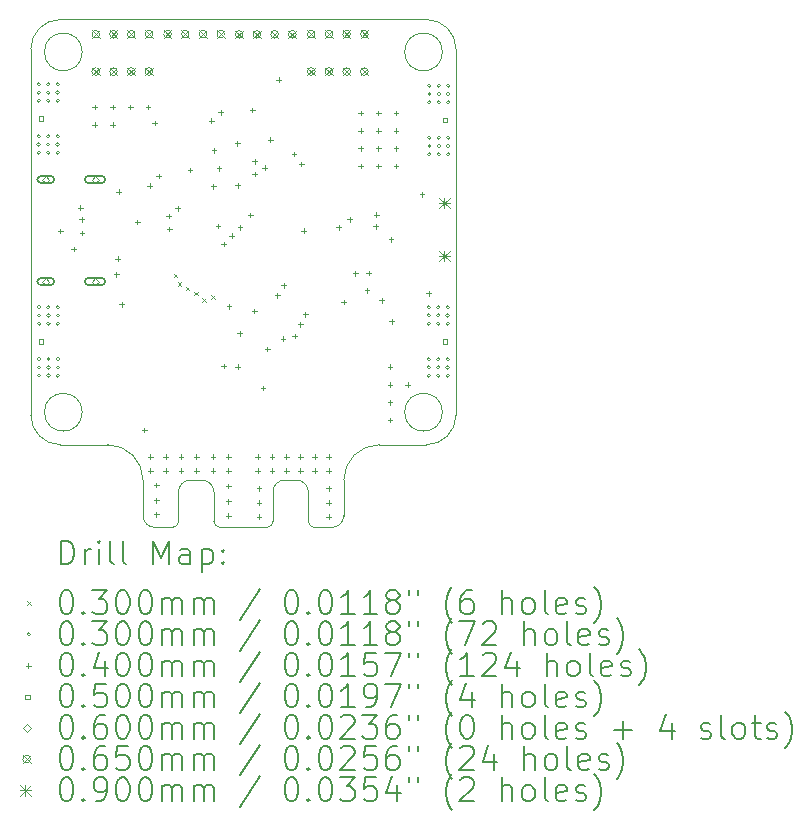
<source format=gbr>
%TF.GenerationSoftware,KiCad,Pcbnew,6.0.11-2627ca5db0~126~ubuntu22.04.1*%
%TF.CreationDate,2023-06-07T19:59:20+02:00*%
%TF.ProjectId,asac-fc-rev-b,61736163-2d66-4632-9d72-65762d622e6b,B*%
%TF.SameCoordinates,Original*%
%TF.FileFunction,Drillmap*%
%TF.FilePolarity,Positive*%
%FSLAX45Y45*%
G04 Gerber Fmt 4.5, Leading zero omitted, Abs format (unit mm)*
G04 Created by KiCad (PCBNEW 6.0.11-2627ca5db0~126~ubuntu22.04.1) date 2023-06-07 19:59:20*
%MOMM*%
%LPD*%
G01*
G04 APERTURE LIST*
%ADD10C,0.050000*%
%ADD11C,0.200000*%
%ADD12C,0.030000*%
%ADD13C,0.040000*%
%ADD14C,0.060000*%
%ADD15C,0.065000*%
%ADD16C,0.090000*%
G04 APERTURE END LIST*
D10*
X12158000Y-13959000D02*
G75*
G03*
X12058000Y-13859000I-100000J0D01*
G01*
X14208000Y-10209000D02*
G75*
G03*
X13958000Y-9959000I-250000J0D01*
G01*
X12158000Y-14209000D02*
X12158000Y-13959000D01*
X11558000Y-13859000D02*
G75*
G03*
X11258000Y-13559000I-300000J0D01*
G01*
X11258000Y-13559000D02*
X10858000Y-13559000D01*
X11808000Y-14259000D02*
X11658000Y-14259000D01*
X12058000Y-13859000D02*
X11958000Y-13859000D01*
X11043000Y-10234000D02*
G75*
G03*
X11043000Y-10234000I-160000J0D01*
G01*
X10858000Y-9959000D02*
X13958000Y-9959000D01*
X11858000Y-13959000D02*
X11858000Y-14209000D01*
X12958000Y-13959000D02*
X12958000Y-14209000D01*
X12608000Y-14259000D02*
G75*
G03*
X12658000Y-14209000I0J50000D01*
G01*
X11558000Y-14159000D02*
X11558000Y-13859000D01*
X12758000Y-13859000D02*
G75*
G03*
X12658000Y-13959000I0J-100000D01*
G01*
X11043000Y-13284000D02*
G75*
G03*
X11043000Y-13284000I-160000J0D01*
G01*
X14208000Y-10209000D02*
X14208000Y-13309000D01*
X10608000Y-13309000D02*
G75*
G03*
X10858000Y-13559000I250000J0D01*
G01*
X13958000Y-13559000D02*
G75*
G03*
X14208000Y-13309000I0J250000D01*
G01*
X12758000Y-13859000D02*
X12858000Y-13859000D01*
X14093000Y-10234000D02*
G75*
G03*
X14093000Y-10234000I-160000J0D01*
G01*
X13958000Y-13559000D02*
X13558000Y-13559000D01*
X11558000Y-14159000D02*
G75*
G03*
X11658000Y-14259000I100000J0D01*
G01*
X13558000Y-13559000D02*
G75*
G03*
X13258000Y-13859000I0J-300000D01*
G01*
X12958000Y-13959000D02*
G75*
G03*
X12858000Y-13859000I-100000J0D01*
G01*
X12658000Y-14209000D02*
X12658000Y-13959000D01*
X12608000Y-14259000D02*
X12208000Y-14259000D01*
X13158000Y-14259000D02*
X13008000Y-14259000D01*
X10608000Y-13309000D02*
X10608000Y-10209000D01*
X11958000Y-13859000D02*
G75*
G03*
X11858000Y-13959000I0J-100000D01*
G01*
X11808000Y-14259000D02*
G75*
G03*
X11858000Y-14209000I0J50000D01*
G01*
X13258000Y-13859000D02*
X13258000Y-14159000D01*
X12158000Y-14209000D02*
G75*
G03*
X12208000Y-14259000I50000J0D01*
G01*
X13158000Y-14259000D02*
G75*
G03*
X13258000Y-14159000I0J100000D01*
G01*
X12958000Y-14209000D02*
G75*
G03*
X13008000Y-14259000I50000J0D01*
G01*
X14093000Y-13284000D02*
G75*
G03*
X14093000Y-13284000I-160000J0D01*
G01*
X10858000Y-9959000D02*
G75*
G03*
X10608000Y-10209000I0J-250000D01*
G01*
D11*
D12*
X11818922Y-12109971D02*
X11848922Y-12139971D01*
X11848922Y-12109971D02*
X11818922Y-12139971D01*
X11850990Y-12183208D02*
X11880990Y-12213208D01*
X11880990Y-12183208D02*
X11850990Y-12213208D01*
X11921526Y-12220848D02*
X11951526Y-12250848D01*
X11951526Y-12220848D02*
X11921526Y-12250848D01*
X11991745Y-12263192D02*
X12021745Y-12293192D01*
X12021745Y-12263192D02*
X11991745Y-12293192D01*
X12059238Y-12321050D02*
X12089238Y-12351050D01*
X12089238Y-12321050D02*
X12059238Y-12351050D01*
X12134942Y-12295341D02*
X12164942Y-12325341D01*
X12164942Y-12295341D02*
X12134942Y-12325341D01*
X10689960Y-10507780D02*
G75*
G03*
X10689960Y-10507780I-15000J0D01*
G01*
X10689960Y-10577780D02*
G75*
G03*
X10689960Y-10577780I-15000J0D01*
G01*
X10689960Y-10647780D02*
G75*
G03*
X10689960Y-10647780I-15000J0D01*
G01*
X10689960Y-10947780D02*
G75*
G03*
X10689960Y-10947780I-15000J0D01*
G01*
X10689960Y-11017780D02*
G75*
G03*
X10689960Y-11017780I-15000J0D01*
G01*
X10689960Y-11087780D02*
G75*
G03*
X10689960Y-11087780I-15000J0D01*
G01*
X10692460Y-12395000D02*
G75*
G03*
X10692460Y-12395000I-15000J0D01*
G01*
X10692460Y-12465000D02*
G75*
G03*
X10692460Y-12465000I-15000J0D01*
G01*
X10692460Y-12535000D02*
G75*
G03*
X10692460Y-12535000I-15000J0D01*
G01*
X10692460Y-12835000D02*
G75*
G03*
X10692460Y-12835000I-15000J0D01*
G01*
X10692460Y-12905000D02*
G75*
G03*
X10692460Y-12905000I-15000J0D01*
G01*
X10692460Y-12975000D02*
G75*
G03*
X10692460Y-12975000I-15000J0D01*
G01*
X10769960Y-10507780D02*
G75*
G03*
X10769960Y-10507780I-15000J0D01*
G01*
X10769960Y-10577780D02*
G75*
G03*
X10769960Y-10577780I-15000J0D01*
G01*
X10769960Y-10647780D02*
G75*
G03*
X10769960Y-10647780I-15000J0D01*
G01*
X10769960Y-10947780D02*
G75*
G03*
X10769960Y-10947780I-15000J0D01*
G01*
X10769960Y-11017780D02*
G75*
G03*
X10769960Y-11017780I-15000J0D01*
G01*
X10769960Y-11087780D02*
G75*
G03*
X10769960Y-11087780I-15000J0D01*
G01*
X10772460Y-12395000D02*
G75*
G03*
X10772460Y-12395000I-15000J0D01*
G01*
X10772460Y-12465000D02*
G75*
G03*
X10772460Y-12465000I-15000J0D01*
G01*
X10772460Y-12535000D02*
G75*
G03*
X10772460Y-12535000I-15000J0D01*
G01*
X10772460Y-12835000D02*
G75*
G03*
X10772460Y-12835000I-15000J0D01*
G01*
X10772460Y-12905000D02*
G75*
G03*
X10772460Y-12905000I-15000J0D01*
G01*
X10772460Y-12975000D02*
G75*
G03*
X10772460Y-12975000I-15000J0D01*
G01*
X10849960Y-10507780D02*
G75*
G03*
X10849960Y-10507780I-15000J0D01*
G01*
X10849960Y-10577780D02*
G75*
G03*
X10849960Y-10577780I-15000J0D01*
G01*
X10849960Y-10647780D02*
G75*
G03*
X10849960Y-10647780I-15000J0D01*
G01*
X10849960Y-10947780D02*
G75*
G03*
X10849960Y-10947780I-15000J0D01*
G01*
X10849960Y-11017780D02*
G75*
G03*
X10849960Y-11017780I-15000J0D01*
G01*
X10849960Y-11087780D02*
G75*
G03*
X10849960Y-11087780I-15000J0D01*
G01*
X10852460Y-12395000D02*
G75*
G03*
X10852460Y-12395000I-15000J0D01*
G01*
X10852460Y-12465000D02*
G75*
G03*
X10852460Y-12465000I-15000J0D01*
G01*
X10852460Y-12535000D02*
G75*
G03*
X10852460Y-12535000I-15000J0D01*
G01*
X10852460Y-12835000D02*
G75*
G03*
X10852460Y-12835000I-15000J0D01*
G01*
X10852460Y-12905000D02*
G75*
G03*
X10852460Y-12905000I-15000J0D01*
G01*
X10852460Y-12975000D02*
G75*
G03*
X10852460Y-12975000I-15000J0D01*
G01*
X13992500Y-12395000D02*
G75*
G03*
X13992500Y-12395000I-15000J0D01*
G01*
X13992500Y-12465000D02*
G75*
G03*
X13992500Y-12465000I-15000J0D01*
G01*
X13992500Y-12535000D02*
G75*
G03*
X13992500Y-12535000I-15000J0D01*
G01*
X13992500Y-12835000D02*
G75*
G03*
X13992500Y-12835000I-15000J0D01*
G01*
X13992500Y-12905000D02*
G75*
G03*
X13992500Y-12905000I-15000J0D01*
G01*
X13992500Y-12975000D02*
G75*
G03*
X13992500Y-12975000I-15000J0D01*
G01*
X13997000Y-10520000D02*
G75*
G03*
X13997000Y-10520000I-15000J0D01*
G01*
X13997000Y-10590000D02*
G75*
G03*
X13997000Y-10590000I-15000J0D01*
G01*
X13997000Y-10660000D02*
G75*
G03*
X13997000Y-10660000I-15000J0D01*
G01*
X13997000Y-10960000D02*
G75*
G03*
X13997000Y-10960000I-15000J0D01*
G01*
X13997000Y-11030000D02*
G75*
G03*
X13997000Y-11030000I-15000J0D01*
G01*
X13997000Y-11100000D02*
G75*
G03*
X13997000Y-11100000I-15000J0D01*
G01*
X14072500Y-12395000D02*
G75*
G03*
X14072500Y-12395000I-15000J0D01*
G01*
X14072500Y-12465000D02*
G75*
G03*
X14072500Y-12465000I-15000J0D01*
G01*
X14072500Y-12535000D02*
G75*
G03*
X14072500Y-12535000I-15000J0D01*
G01*
X14072500Y-12835000D02*
G75*
G03*
X14072500Y-12835000I-15000J0D01*
G01*
X14072500Y-12905000D02*
G75*
G03*
X14072500Y-12905000I-15000J0D01*
G01*
X14072500Y-12975000D02*
G75*
G03*
X14072500Y-12975000I-15000J0D01*
G01*
X14077000Y-10520000D02*
G75*
G03*
X14077000Y-10520000I-15000J0D01*
G01*
X14077000Y-10590000D02*
G75*
G03*
X14077000Y-10590000I-15000J0D01*
G01*
X14077000Y-10660000D02*
G75*
G03*
X14077000Y-10660000I-15000J0D01*
G01*
X14077000Y-10960000D02*
G75*
G03*
X14077000Y-10960000I-15000J0D01*
G01*
X14077000Y-11030000D02*
G75*
G03*
X14077000Y-11030000I-15000J0D01*
G01*
X14077000Y-11100000D02*
G75*
G03*
X14077000Y-11100000I-15000J0D01*
G01*
X14152500Y-12395000D02*
G75*
G03*
X14152500Y-12395000I-15000J0D01*
G01*
X14152500Y-12465000D02*
G75*
G03*
X14152500Y-12465000I-15000J0D01*
G01*
X14152500Y-12535000D02*
G75*
G03*
X14152500Y-12535000I-15000J0D01*
G01*
X14152500Y-12835000D02*
G75*
G03*
X14152500Y-12835000I-15000J0D01*
G01*
X14152500Y-12905000D02*
G75*
G03*
X14152500Y-12905000I-15000J0D01*
G01*
X14152500Y-12975000D02*
G75*
G03*
X14152500Y-12975000I-15000J0D01*
G01*
X14157000Y-10520000D02*
G75*
G03*
X14157000Y-10520000I-15000J0D01*
G01*
X14157000Y-10590000D02*
G75*
G03*
X14157000Y-10590000I-15000J0D01*
G01*
X14157000Y-10660000D02*
G75*
G03*
X14157000Y-10660000I-15000J0D01*
G01*
X14157000Y-10960000D02*
G75*
G03*
X14157000Y-10960000I-15000J0D01*
G01*
X14157000Y-11030000D02*
G75*
G03*
X14157000Y-11030000I-15000J0D01*
G01*
X14157000Y-11100000D02*
G75*
G03*
X14157000Y-11100000I-15000J0D01*
G01*
D13*
X10857000Y-11729000D02*
X10857000Y-11769000D01*
X10837000Y-11749000D02*
X10877000Y-11749000D01*
X10971000Y-11882000D02*
X10971000Y-11922000D01*
X10951000Y-11902000D02*
X10991000Y-11902000D01*
X11027817Y-11532121D02*
X11027817Y-11572121D01*
X11007817Y-11552121D02*
X11047817Y-11552121D01*
X11037508Y-11631600D02*
X11037508Y-11671600D01*
X11017508Y-11651600D02*
X11057508Y-11651600D01*
X11042000Y-11746000D02*
X11042000Y-11786000D01*
X11022000Y-11766000D02*
X11062000Y-11766000D01*
X11150000Y-10680000D02*
X11150000Y-10720000D01*
X11130000Y-10700000D02*
X11170000Y-10700000D01*
X11150000Y-10830000D02*
X11150000Y-10870000D01*
X11130000Y-10850000D02*
X11170000Y-10850000D01*
X11300000Y-10680000D02*
X11300000Y-10720000D01*
X11280000Y-10700000D02*
X11320000Y-10700000D01*
X11300000Y-10830000D02*
X11300000Y-10870000D01*
X11280000Y-10850000D02*
X11320000Y-10850000D01*
X11332760Y-12096591D02*
X11332760Y-12136591D01*
X11312760Y-12116591D02*
X11352760Y-12116591D01*
X11342000Y-11965000D02*
X11342000Y-12005000D01*
X11322000Y-11985000D02*
X11362000Y-11985000D01*
X11353000Y-11398000D02*
X11353000Y-11438000D01*
X11333000Y-11418000D02*
X11373000Y-11418000D01*
X11377110Y-12350000D02*
X11377110Y-12390000D01*
X11357110Y-12370000D02*
X11397110Y-12370000D01*
X11450000Y-10680000D02*
X11450000Y-10720000D01*
X11430000Y-10700000D02*
X11470000Y-10700000D01*
X11508658Y-11654342D02*
X11508658Y-11694342D01*
X11488658Y-11674342D02*
X11528658Y-11674342D01*
X11570000Y-13414000D02*
X11570000Y-13454000D01*
X11550000Y-13434000D02*
X11590000Y-13434000D01*
X11600000Y-10680000D02*
X11600000Y-10720000D01*
X11580000Y-10700000D02*
X11620000Y-10700000D01*
X11615538Y-11345462D02*
X11615538Y-11385462D01*
X11595538Y-11365462D02*
X11635538Y-11365462D01*
X11620000Y-13640000D02*
X11620000Y-13680000D01*
X11600000Y-13660000D02*
X11640000Y-13660000D01*
X11620000Y-13760000D02*
X11620000Y-13800000D01*
X11600000Y-13780000D02*
X11640000Y-13780000D01*
X11656000Y-10816000D02*
X11656000Y-10856000D01*
X11636000Y-10836000D02*
X11676000Y-10836000D01*
X11670000Y-13880000D02*
X11670000Y-13920000D01*
X11650000Y-13900000D02*
X11690000Y-13900000D01*
X11670000Y-14010000D02*
X11670000Y-14050000D01*
X11650000Y-14030000D02*
X11690000Y-14030000D01*
X11670000Y-14130000D02*
X11670000Y-14170000D01*
X11650000Y-14150000D02*
X11690000Y-14150000D01*
X11690171Y-11263829D02*
X11690171Y-11303829D01*
X11670171Y-11283829D02*
X11710171Y-11283829D01*
X11750000Y-13640000D02*
X11750000Y-13680000D01*
X11730000Y-13660000D02*
X11770000Y-13660000D01*
X11750000Y-13760000D02*
X11750000Y-13800000D01*
X11730000Y-13780000D02*
X11770000Y-13780000D01*
X11775486Y-11603216D02*
X11775486Y-11643216D01*
X11755486Y-11623216D02*
X11795486Y-11623216D01*
X11782212Y-11713050D02*
X11782212Y-11753050D01*
X11762212Y-11733050D02*
X11802212Y-11733050D01*
X11850461Y-11537119D02*
X11850461Y-11577119D01*
X11830461Y-11557119D02*
X11870461Y-11557119D01*
X11880000Y-13640000D02*
X11880000Y-13680000D01*
X11860000Y-13660000D02*
X11900000Y-13660000D01*
X11880000Y-13760000D02*
X11880000Y-13800000D01*
X11860000Y-13780000D02*
X11900000Y-13780000D01*
X11956050Y-11213000D02*
X11956050Y-11253000D01*
X11936050Y-11233000D02*
X11976050Y-11233000D01*
X12010000Y-13640000D02*
X12010000Y-13680000D01*
X11990000Y-13660000D02*
X12030000Y-13660000D01*
X12010000Y-13760000D02*
X12010000Y-13800000D01*
X11990000Y-13780000D02*
X12030000Y-13780000D01*
X12135962Y-10795962D02*
X12135962Y-10835962D01*
X12115962Y-10815962D02*
X12155962Y-10815962D01*
X12150000Y-13640000D02*
X12150000Y-13680000D01*
X12130000Y-13660000D02*
X12170000Y-13660000D01*
X12150000Y-13760000D02*
X12150000Y-13800000D01*
X12130000Y-13780000D02*
X12170000Y-13780000D01*
X12153000Y-11351050D02*
X12153000Y-11391050D01*
X12133000Y-11371050D02*
X12173000Y-11371050D01*
X12158237Y-11047997D02*
X12158237Y-11087997D01*
X12138237Y-11067997D02*
X12178237Y-11067997D01*
X12192000Y-11688000D02*
X12192000Y-11728000D01*
X12172000Y-11708000D02*
X12212000Y-11708000D01*
X12202025Y-11200025D02*
X12202025Y-11240025D01*
X12182025Y-11220025D02*
X12222025Y-11220025D01*
X12216000Y-10725950D02*
X12216000Y-10765950D01*
X12196000Y-10745950D02*
X12236000Y-10745950D01*
X12239842Y-12873158D02*
X12239842Y-12913158D01*
X12219842Y-12893158D02*
X12259842Y-12893158D01*
X12240000Y-11840000D02*
X12240000Y-11880000D01*
X12220000Y-11860000D02*
X12260000Y-11860000D01*
X12280000Y-13640000D02*
X12280000Y-13680000D01*
X12260000Y-13660000D02*
X12300000Y-13660000D01*
X12280000Y-13760000D02*
X12280000Y-13800000D01*
X12260000Y-13780000D02*
X12300000Y-13780000D01*
X12280000Y-13890000D02*
X12280000Y-13930000D01*
X12260000Y-13910000D02*
X12300000Y-13910000D01*
X12280000Y-14020000D02*
X12280000Y-14060000D01*
X12260000Y-14040000D02*
X12300000Y-14040000D01*
X12280000Y-14140000D02*
X12280000Y-14180000D01*
X12260000Y-14160000D02*
X12300000Y-14160000D01*
X12286000Y-12368000D02*
X12286000Y-12408000D01*
X12266000Y-12388000D02*
X12306000Y-12388000D01*
X12310000Y-11770000D02*
X12310000Y-11810000D01*
X12290000Y-11790000D02*
X12330000Y-11790000D01*
X12355000Y-10988000D02*
X12355000Y-11028000D01*
X12335000Y-11008000D02*
X12375000Y-11008000D01*
X12358000Y-11342000D02*
X12358000Y-11382000D01*
X12338000Y-11362000D02*
X12378000Y-11362000D01*
X12359342Y-12878658D02*
X12359342Y-12918658D01*
X12339342Y-12898658D02*
X12379342Y-12898658D01*
X12375535Y-12595465D02*
X12375535Y-12635465D01*
X12355535Y-12615465D02*
X12395535Y-12615465D01*
X12380000Y-11700000D02*
X12380000Y-11740000D01*
X12360000Y-11720000D02*
X12400000Y-11720000D01*
X12468000Y-11595000D02*
X12468000Y-11635000D01*
X12448000Y-11615000D02*
X12488000Y-11615000D01*
X12483038Y-10705962D02*
X12483038Y-10745962D01*
X12463038Y-10725962D02*
X12503038Y-10725962D01*
X12499050Y-12407000D02*
X12499050Y-12447000D01*
X12479050Y-12427000D02*
X12519050Y-12427000D01*
X12503000Y-11247000D02*
X12503000Y-11287000D01*
X12483000Y-11267000D02*
X12523000Y-11267000D01*
X12504043Y-11139419D02*
X12504043Y-11179419D01*
X12484043Y-11159419D02*
X12524043Y-11159419D01*
X12530000Y-13640000D02*
X12530000Y-13680000D01*
X12510000Y-13660000D02*
X12550000Y-13660000D01*
X12530000Y-13760000D02*
X12530000Y-13800000D01*
X12510000Y-13780000D02*
X12550000Y-13780000D01*
X12540000Y-13910000D02*
X12540000Y-13950000D01*
X12520000Y-13930000D02*
X12560000Y-13930000D01*
X12540000Y-14030000D02*
X12540000Y-14070000D01*
X12520000Y-14050000D02*
X12560000Y-14050000D01*
X12540000Y-14150000D02*
X12540000Y-14190000D01*
X12520000Y-14170000D02*
X12560000Y-14170000D01*
X12574000Y-13059000D02*
X12574000Y-13099000D01*
X12554000Y-13079000D02*
X12594000Y-13079000D01*
X12587758Y-11194026D02*
X12587758Y-11234026D01*
X12567758Y-11214026D02*
X12607758Y-11214026D01*
X12610788Y-12728212D02*
X12610788Y-12768212D01*
X12590788Y-12748212D02*
X12630788Y-12748212D01*
X12635950Y-10957937D02*
X12635950Y-10997937D01*
X12615950Y-10977937D02*
X12655950Y-10977937D01*
X12650000Y-13640000D02*
X12650000Y-13680000D01*
X12630000Y-13660000D02*
X12670000Y-13660000D01*
X12650000Y-13760000D02*
X12650000Y-13800000D01*
X12630000Y-13780000D02*
X12670000Y-13780000D01*
X12694907Y-12274699D02*
X12694907Y-12314699D01*
X12674907Y-12294699D02*
X12714907Y-12294699D01*
X12707246Y-10447754D02*
X12707246Y-10487754D01*
X12687246Y-10467754D02*
X12727246Y-10467754D01*
X12743687Y-12641308D02*
X12743687Y-12681308D01*
X12723687Y-12661308D02*
X12763687Y-12661308D01*
X12748784Y-12190512D02*
X12748784Y-12230512D01*
X12728784Y-12210512D02*
X12768784Y-12210512D01*
X12770000Y-13640000D02*
X12770000Y-13680000D01*
X12750000Y-13660000D02*
X12790000Y-13660000D01*
X12770000Y-13760000D02*
X12770000Y-13800000D01*
X12750000Y-13780000D02*
X12790000Y-13780000D01*
X12837000Y-11077000D02*
X12837000Y-11117000D01*
X12817000Y-11097000D02*
X12857000Y-11097000D01*
X12841000Y-12618500D02*
X12841000Y-12658500D01*
X12821000Y-12638500D02*
X12861000Y-12638500D01*
X12889632Y-12519167D02*
X12889632Y-12559167D01*
X12869632Y-12539167D02*
X12909632Y-12539167D01*
X12890000Y-13640000D02*
X12890000Y-13680000D01*
X12870000Y-13660000D02*
X12910000Y-13660000D01*
X12890000Y-13760000D02*
X12890000Y-13800000D01*
X12870000Y-13780000D02*
X12910000Y-13780000D01*
X12899000Y-11162000D02*
X12899000Y-11202000D01*
X12879000Y-11182000D02*
X12919000Y-11182000D01*
X12919000Y-11725950D02*
X12919000Y-11765950D01*
X12899000Y-11745950D02*
X12939000Y-11745950D01*
X12933000Y-12436000D02*
X12933000Y-12476000D01*
X12913000Y-12456000D02*
X12953000Y-12456000D01*
X13010000Y-13640000D02*
X13010000Y-13680000D01*
X12990000Y-13660000D02*
X13030000Y-13660000D01*
X13010000Y-13760000D02*
X13010000Y-13800000D01*
X12990000Y-13780000D02*
X13030000Y-13780000D01*
X13130000Y-13640000D02*
X13130000Y-13680000D01*
X13110000Y-13660000D02*
X13150000Y-13660000D01*
X13130000Y-13760000D02*
X13130000Y-13800000D01*
X13110000Y-13780000D02*
X13150000Y-13780000D01*
X13130000Y-13910000D02*
X13130000Y-13950000D01*
X13110000Y-13930000D02*
X13150000Y-13930000D01*
X13130000Y-14030000D02*
X13130000Y-14070000D01*
X13110000Y-14050000D02*
X13150000Y-14050000D01*
X13130000Y-14150000D02*
X13130000Y-14190000D01*
X13110000Y-14170000D02*
X13150000Y-14170000D01*
X13214000Y-11697550D02*
X13214000Y-11737550D01*
X13194000Y-11717550D02*
X13234000Y-11717550D01*
X13257000Y-12331000D02*
X13257000Y-12371000D01*
X13237000Y-12351000D02*
X13277000Y-12351000D01*
X13306861Y-11629950D02*
X13306861Y-11669950D01*
X13286861Y-11649950D02*
X13326861Y-11649950D01*
X13354703Y-12089347D02*
X13354703Y-12129347D01*
X13334703Y-12109347D02*
X13374703Y-12109347D01*
X13400000Y-10730000D02*
X13400000Y-10770000D01*
X13380000Y-10750000D02*
X13420000Y-10750000D01*
X13400000Y-10880000D02*
X13400000Y-10920000D01*
X13380000Y-10900000D02*
X13420000Y-10900000D01*
X13400000Y-11030000D02*
X13400000Y-11070000D01*
X13380000Y-11050000D02*
X13420000Y-11050000D01*
X13400000Y-11180000D02*
X13400000Y-11220000D01*
X13380000Y-11200000D02*
X13420000Y-11200000D01*
X13455500Y-12232500D02*
X13455500Y-12272500D01*
X13435500Y-12252500D02*
X13475500Y-12252500D01*
X13467500Y-12085000D02*
X13467500Y-12125000D01*
X13447500Y-12105000D02*
X13487500Y-12105000D01*
X13529254Y-11690880D02*
X13529254Y-11730880D01*
X13509254Y-11710880D02*
X13549254Y-11710880D01*
X13533000Y-11591000D02*
X13533000Y-11631000D01*
X13513000Y-11611000D02*
X13553000Y-11611000D01*
X13550000Y-10730000D02*
X13550000Y-10770000D01*
X13530000Y-10750000D02*
X13570000Y-10750000D01*
X13550000Y-10880000D02*
X13550000Y-10920000D01*
X13530000Y-10900000D02*
X13570000Y-10900000D01*
X13550000Y-11030000D02*
X13550000Y-11070000D01*
X13530000Y-11050000D02*
X13570000Y-11050000D01*
X13550000Y-11180000D02*
X13550000Y-11220000D01*
X13530000Y-11200000D02*
X13570000Y-11200000D01*
X13578000Y-12317000D02*
X13578000Y-12357000D01*
X13558000Y-12337000D02*
X13598000Y-12337000D01*
X13650000Y-12880000D02*
X13650000Y-12920000D01*
X13630000Y-12900000D02*
X13670000Y-12900000D01*
X13650000Y-13030000D02*
X13650000Y-13070000D01*
X13630000Y-13050000D02*
X13670000Y-13050000D01*
X13650000Y-13180000D02*
X13650000Y-13220000D01*
X13630000Y-13200000D02*
X13670000Y-13200000D01*
X13650000Y-13330000D02*
X13650000Y-13370000D01*
X13630000Y-13350000D02*
X13670000Y-13350000D01*
X13658450Y-11800230D02*
X13658450Y-11840230D01*
X13638450Y-11820230D02*
X13678450Y-11820230D01*
X13662000Y-12495000D02*
X13662000Y-12535000D01*
X13642000Y-12515000D02*
X13682000Y-12515000D01*
X13700000Y-10730000D02*
X13700000Y-10770000D01*
X13680000Y-10750000D02*
X13720000Y-10750000D01*
X13700000Y-10880000D02*
X13700000Y-10920000D01*
X13680000Y-10900000D02*
X13720000Y-10900000D01*
X13700000Y-11030000D02*
X13700000Y-11070000D01*
X13680000Y-11050000D02*
X13720000Y-11050000D01*
X13700000Y-11180000D02*
X13700000Y-11220000D01*
X13680000Y-11200000D02*
X13720000Y-11200000D01*
X13800000Y-13030000D02*
X13800000Y-13070000D01*
X13780000Y-13050000D02*
X13820000Y-13050000D01*
X13919000Y-11419000D02*
X13919000Y-11459000D01*
X13899000Y-11439000D02*
X13939000Y-11439000D01*
X13977000Y-12256000D02*
X13977000Y-12296000D01*
X13957000Y-12276000D02*
X13997000Y-12276000D01*
D10*
X10712638Y-10815458D02*
X10712638Y-10780102D01*
X10677282Y-10780102D01*
X10677282Y-10815458D01*
X10712638Y-10815458D01*
X10715138Y-12702678D02*
X10715138Y-12667322D01*
X10679782Y-12667322D01*
X10679782Y-12702678D01*
X10715138Y-12702678D01*
X14134678Y-10827678D02*
X14134678Y-10792322D01*
X14099322Y-10792322D01*
X14099322Y-10827678D01*
X14134678Y-10827678D01*
X14135178Y-12702678D02*
X14135178Y-12667322D01*
X14099822Y-12667322D01*
X14099822Y-12702678D01*
X14135178Y-12702678D01*
D14*
X10734350Y-11344000D02*
X10764350Y-11314000D01*
X10734350Y-11284000D01*
X10704350Y-11314000D01*
X10734350Y-11344000D01*
D11*
X10774350Y-11284000D02*
X10694350Y-11284000D01*
X10774350Y-11344000D02*
X10694350Y-11344000D01*
X10694350Y-11284000D02*
G75*
G03*
X10694350Y-11344000I0J-30000D01*
G01*
X10774350Y-11344000D02*
G75*
G03*
X10774350Y-11284000I0J30000D01*
G01*
D14*
X10734350Y-12208000D02*
X10764350Y-12178000D01*
X10734350Y-12148000D01*
X10704350Y-12178000D01*
X10734350Y-12208000D01*
D11*
X10774350Y-12148000D02*
X10694350Y-12148000D01*
X10774350Y-12208000D02*
X10694350Y-12208000D01*
X10694350Y-12148000D02*
G75*
G03*
X10694350Y-12208000I0J-30000D01*
G01*
X10774350Y-12208000D02*
G75*
G03*
X10774350Y-12148000I0J30000D01*
G01*
D14*
X11152350Y-11344000D02*
X11182350Y-11314000D01*
X11152350Y-11284000D01*
X11122350Y-11314000D01*
X11152350Y-11344000D01*
D11*
X11207350Y-11284000D02*
X11097350Y-11284000D01*
X11207350Y-11344000D02*
X11097350Y-11344000D01*
X11097350Y-11284000D02*
G75*
G03*
X11097350Y-11344000I0J-30000D01*
G01*
X11207350Y-11344000D02*
G75*
G03*
X11207350Y-11284000I0J30000D01*
G01*
D14*
X11152350Y-12208000D02*
X11182350Y-12178000D01*
X11152350Y-12148000D01*
X11122350Y-12178000D01*
X11152350Y-12208000D01*
D11*
X11207350Y-12148000D02*
X11097350Y-12148000D01*
X11207350Y-12208000D02*
X11097350Y-12208000D01*
X11097350Y-12148000D02*
G75*
G03*
X11097350Y-12208000I0J-30000D01*
G01*
X11207350Y-12208000D02*
G75*
G03*
X11207350Y-12148000I0J30000D01*
G01*
D15*
X11125500Y-10051500D02*
X11190500Y-10116500D01*
X11190500Y-10051500D02*
X11125500Y-10116500D01*
X11190500Y-10084000D02*
G75*
G03*
X11190500Y-10084000I-32500J0D01*
G01*
X11125500Y-10367500D02*
X11190500Y-10432500D01*
X11190500Y-10367500D02*
X11125500Y-10432500D01*
X11190500Y-10400000D02*
G75*
G03*
X11190500Y-10400000I-32500J0D01*
G01*
X11275500Y-10051500D02*
X11340500Y-10116500D01*
X11340500Y-10051500D02*
X11275500Y-10116500D01*
X11340500Y-10084000D02*
G75*
G03*
X11340500Y-10084000I-32500J0D01*
G01*
X11275500Y-10367500D02*
X11340500Y-10432500D01*
X11340500Y-10367500D02*
X11275500Y-10432500D01*
X11340500Y-10400000D02*
G75*
G03*
X11340500Y-10400000I-32500J0D01*
G01*
X11425500Y-10051500D02*
X11490500Y-10116500D01*
X11490500Y-10051500D02*
X11425500Y-10116500D01*
X11490500Y-10084000D02*
G75*
G03*
X11490500Y-10084000I-32500J0D01*
G01*
X11425500Y-10367500D02*
X11490500Y-10432500D01*
X11490500Y-10367500D02*
X11425500Y-10432500D01*
X11490500Y-10400000D02*
G75*
G03*
X11490500Y-10400000I-32500J0D01*
G01*
X11575500Y-10051500D02*
X11640500Y-10116500D01*
X11640500Y-10051500D02*
X11575500Y-10116500D01*
X11640500Y-10084000D02*
G75*
G03*
X11640500Y-10084000I-32500J0D01*
G01*
X11575500Y-10367500D02*
X11640500Y-10432500D01*
X11640500Y-10367500D02*
X11575500Y-10432500D01*
X11640500Y-10400000D02*
G75*
G03*
X11640500Y-10400000I-32500J0D01*
G01*
X11733500Y-10050500D02*
X11798500Y-10115500D01*
X11798500Y-10050500D02*
X11733500Y-10115500D01*
X11798500Y-10083000D02*
G75*
G03*
X11798500Y-10083000I-32500J0D01*
G01*
X11883500Y-10050500D02*
X11948500Y-10115500D01*
X11948500Y-10050500D02*
X11883500Y-10115500D01*
X11948500Y-10083000D02*
G75*
G03*
X11948500Y-10083000I-32500J0D01*
G01*
X12033500Y-10050500D02*
X12098500Y-10115500D01*
X12098500Y-10050500D02*
X12033500Y-10115500D01*
X12098500Y-10083000D02*
G75*
G03*
X12098500Y-10083000I-32500J0D01*
G01*
X12183500Y-10050500D02*
X12248500Y-10115500D01*
X12248500Y-10050500D02*
X12183500Y-10115500D01*
X12248500Y-10083000D02*
G75*
G03*
X12248500Y-10083000I-32500J0D01*
G01*
X12339500Y-10052500D02*
X12404500Y-10117500D01*
X12404500Y-10052500D02*
X12339500Y-10117500D01*
X12404500Y-10085000D02*
G75*
G03*
X12404500Y-10085000I-32500J0D01*
G01*
X12489500Y-10052500D02*
X12554500Y-10117500D01*
X12554500Y-10052500D02*
X12489500Y-10117500D01*
X12554500Y-10085000D02*
G75*
G03*
X12554500Y-10085000I-32500J0D01*
G01*
X12639500Y-10052500D02*
X12704500Y-10117500D01*
X12704500Y-10052500D02*
X12639500Y-10117500D01*
X12704500Y-10085000D02*
G75*
G03*
X12704500Y-10085000I-32500J0D01*
G01*
X12789500Y-10052500D02*
X12854500Y-10117500D01*
X12854500Y-10052500D02*
X12789500Y-10117500D01*
X12854500Y-10085000D02*
G75*
G03*
X12854500Y-10085000I-32500J0D01*
G01*
X12949500Y-10050500D02*
X13014500Y-10115500D01*
X13014500Y-10050500D02*
X12949500Y-10115500D01*
X13014500Y-10083000D02*
G75*
G03*
X13014500Y-10083000I-32500J0D01*
G01*
X12949500Y-10367500D02*
X13014500Y-10432500D01*
X13014500Y-10367500D02*
X12949500Y-10432500D01*
X13014500Y-10400000D02*
G75*
G03*
X13014500Y-10400000I-32500J0D01*
G01*
X13099500Y-10050500D02*
X13164500Y-10115500D01*
X13164500Y-10050500D02*
X13099500Y-10115500D01*
X13164500Y-10083000D02*
G75*
G03*
X13164500Y-10083000I-32500J0D01*
G01*
X13099500Y-10367500D02*
X13164500Y-10432500D01*
X13164500Y-10367500D02*
X13099500Y-10432500D01*
X13164500Y-10400000D02*
G75*
G03*
X13164500Y-10400000I-32500J0D01*
G01*
X13249500Y-10050500D02*
X13314500Y-10115500D01*
X13314500Y-10050500D02*
X13249500Y-10115500D01*
X13314500Y-10083000D02*
G75*
G03*
X13314500Y-10083000I-32500J0D01*
G01*
X13249500Y-10367500D02*
X13314500Y-10432500D01*
X13314500Y-10367500D02*
X13249500Y-10432500D01*
X13314500Y-10400000D02*
G75*
G03*
X13314500Y-10400000I-32500J0D01*
G01*
X13399500Y-10050500D02*
X13464500Y-10115500D01*
X13464500Y-10050500D02*
X13399500Y-10115500D01*
X13464500Y-10083000D02*
G75*
G03*
X13464500Y-10083000I-32500J0D01*
G01*
X13399500Y-10367500D02*
X13464500Y-10432500D01*
X13464500Y-10367500D02*
X13399500Y-10432500D01*
X13464500Y-10400000D02*
G75*
G03*
X13464500Y-10400000I-32500J0D01*
G01*
D16*
X14064000Y-11468000D02*
X14154000Y-11558000D01*
X14154000Y-11468000D02*
X14064000Y-11558000D01*
X14109000Y-11468000D02*
X14109000Y-11558000D01*
X14064000Y-11513000D02*
X14154000Y-11513000D01*
X14064000Y-11918000D02*
X14154000Y-12008000D01*
X14154000Y-11918000D02*
X14064000Y-12008000D01*
X14109000Y-11918000D02*
X14109000Y-12008000D01*
X14064000Y-11963000D02*
X14154000Y-11963000D01*
D11*
X10863119Y-14571976D02*
X10863119Y-14371976D01*
X10910738Y-14371976D01*
X10939310Y-14381500D01*
X10958357Y-14400548D01*
X10967881Y-14419595D01*
X10977405Y-14457690D01*
X10977405Y-14486262D01*
X10967881Y-14524357D01*
X10958357Y-14543405D01*
X10939310Y-14562452D01*
X10910738Y-14571976D01*
X10863119Y-14571976D01*
X11063119Y-14571976D02*
X11063119Y-14438643D01*
X11063119Y-14476738D02*
X11072643Y-14457690D01*
X11082167Y-14448167D01*
X11101214Y-14438643D01*
X11120262Y-14438643D01*
X11186928Y-14571976D02*
X11186928Y-14438643D01*
X11186928Y-14371976D02*
X11177405Y-14381500D01*
X11186928Y-14391024D01*
X11196452Y-14381500D01*
X11186928Y-14371976D01*
X11186928Y-14391024D01*
X11310738Y-14571976D02*
X11291690Y-14562452D01*
X11282167Y-14543405D01*
X11282167Y-14371976D01*
X11415500Y-14571976D02*
X11396452Y-14562452D01*
X11386928Y-14543405D01*
X11386928Y-14371976D01*
X11644071Y-14571976D02*
X11644071Y-14371976D01*
X11710738Y-14514833D01*
X11777405Y-14371976D01*
X11777405Y-14571976D01*
X11958357Y-14571976D02*
X11958357Y-14467214D01*
X11948833Y-14448167D01*
X11929786Y-14438643D01*
X11891690Y-14438643D01*
X11872643Y-14448167D01*
X11958357Y-14562452D02*
X11939309Y-14571976D01*
X11891690Y-14571976D01*
X11872643Y-14562452D01*
X11863119Y-14543405D01*
X11863119Y-14524357D01*
X11872643Y-14505309D01*
X11891690Y-14495786D01*
X11939309Y-14495786D01*
X11958357Y-14486262D01*
X12053595Y-14438643D02*
X12053595Y-14638643D01*
X12053595Y-14448167D02*
X12072643Y-14438643D01*
X12110738Y-14438643D01*
X12129786Y-14448167D01*
X12139309Y-14457690D01*
X12148833Y-14476738D01*
X12148833Y-14533881D01*
X12139309Y-14552928D01*
X12129786Y-14562452D01*
X12110738Y-14571976D01*
X12072643Y-14571976D01*
X12053595Y-14562452D01*
X12234548Y-14552928D02*
X12244071Y-14562452D01*
X12234548Y-14571976D01*
X12225024Y-14562452D01*
X12234548Y-14552928D01*
X12234548Y-14571976D01*
X12234548Y-14448167D02*
X12244071Y-14457690D01*
X12234548Y-14467214D01*
X12225024Y-14457690D01*
X12234548Y-14448167D01*
X12234548Y-14467214D01*
D12*
X10575500Y-14886500D02*
X10605500Y-14916500D01*
X10605500Y-14886500D02*
X10575500Y-14916500D01*
D11*
X10901214Y-14791976D02*
X10920262Y-14791976D01*
X10939310Y-14801500D01*
X10948833Y-14811024D01*
X10958357Y-14830071D01*
X10967881Y-14868167D01*
X10967881Y-14915786D01*
X10958357Y-14953881D01*
X10948833Y-14972928D01*
X10939310Y-14982452D01*
X10920262Y-14991976D01*
X10901214Y-14991976D01*
X10882167Y-14982452D01*
X10872643Y-14972928D01*
X10863119Y-14953881D01*
X10853595Y-14915786D01*
X10853595Y-14868167D01*
X10863119Y-14830071D01*
X10872643Y-14811024D01*
X10882167Y-14801500D01*
X10901214Y-14791976D01*
X11053595Y-14972928D02*
X11063119Y-14982452D01*
X11053595Y-14991976D01*
X11044071Y-14982452D01*
X11053595Y-14972928D01*
X11053595Y-14991976D01*
X11129786Y-14791976D02*
X11253595Y-14791976D01*
X11186928Y-14868167D01*
X11215500Y-14868167D01*
X11234548Y-14877690D01*
X11244071Y-14887214D01*
X11253595Y-14906262D01*
X11253595Y-14953881D01*
X11244071Y-14972928D01*
X11234548Y-14982452D01*
X11215500Y-14991976D01*
X11158357Y-14991976D01*
X11139310Y-14982452D01*
X11129786Y-14972928D01*
X11377405Y-14791976D02*
X11396452Y-14791976D01*
X11415500Y-14801500D01*
X11425024Y-14811024D01*
X11434548Y-14830071D01*
X11444071Y-14868167D01*
X11444071Y-14915786D01*
X11434548Y-14953881D01*
X11425024Y-14972928D01*
X11415500Y-14982452D01*
X11396452Y-14991976D01*
X11377405Y-14991976D01*
X11358357Y-14982452D01*
X11348833Y-14972928D01*
X11339309Y-14953881D01*
X11329786Y-14915786D01*
X11329786Y-14868167D01*
X11339309Y-14830071D01*
X11348833Y-14811024D01*
X11358357Y-14801500D01*
X11377405Y-14791976D01*
X11567881Y-14791976D02*
X11586928Y-14791976D01*
X11605976Y-14801500D01*
X11615500Y-14811024D01*
X11625024Y-14830071D01*
X11634548Y-14868167D01*
X11634548Y-14915786D01*
X11625024Y-14953881D01*
X11615500Y-14972928D01*
X11605976Y-14982452D01*
X11586928Y-14991976D01*
X11567881Y-14991976D01*
X11548833Y-14982452D01*
X11539309Y-14972928D01*
X11529786Y-14953881D01*
X11520262Y-14915786D01*
X11520262Y-14868167D01*
X11529786Y-14830071D01*
X11539309Y-14811024D01*
X11548833Y-14801500D01*
X11567881Y-14791976D01*
X11720262Y-14991976D02*
X11720262Y-14858643D01*
X11720262Y-14877690D02*
X11729786Y-14868167D01*
X11748833Y-14858643D01*
X11777405Y-14858643D01*
X11796452Y-14868167D01*
X11805976Y-14887214D01*
X11805976Y-14991976D01*
X11805976Y-14887214D02*
X11815500Y-14868167D01*
X11834548Y-14858643D01*
X11863119Y-14858643D01*
X11882167Y-14868167D01*
X11891690Y-14887214D01*
X11891690Y-14991976D01*
X11986928Y-14991976D02*
X11986928Y-14858643D01*
X11986928Y-14877690D02*
X11996452Y-14868167D01*
X12015500Y-14858643D01*
X12044071Y-14858643D01*
X12063119Y-14868167D01*
X12072643Y-14887214D01*
X12072643Y-14991976D01*
X12072643Y-14887214D02*
X12082167Y-14868167D01*
X12101214Y-14858643D01*
X12129786Y-14858643D01*
X12148833Y-14868167D01*
X12158357Y-14887214D01*
X12158357Y-14991976D01*
X12548833Y-14782452D02*
X12377405Y-15039595D01*
X12805976Y-14791976D02*
X12825024Y-14791976D01*
X12844071Y-14801500D01*
X12853595Y-14811024D01*
X12863119Y-14830071D01*
X12872643Y-14868167D01*
X12872643Y-14915786D01*
X12863119Y-14953881D01*
X12853595Y-14972928D01*
X12844071Y-14982452D01*
X12825024Y-14991976D01*
X12805976Y-14991976D01*
X12786928Y-14982452D01*
X12777405Y-14972928D01*
X12767881Y-14953881D01*
X12758357Y-14915786D01*
X12758357Y-14868167D01*
X12767881Y-14830071D01*
X12777405Y-14811024D01*
X12786928Y-14801500D01*
X12805976Y-14791976D01*
X12958357Y-14972928D02*
X12967881Y-14982452D01*
X12958357Y-14991976D01*
X12948833Y-14982452D01*
X12958357Y-14972928D01*
X12958357Y-14991976D01*
X13091690Y-14791976D02*
X13110738Y-14791976D01*
X13129786Y-14801500D01*
X13139309Y-14811024D01*
X13148833Y-14830071D01*
X13158357Y-14868167D01*
X13158357Y-14915786D01*
X13148833Y-14953881D01*
X13139309Y-14972928D01*
X13129786Y-14982452D01*
X13110738Y-14991976D01*
X13091690Y-14991976D01*
X13072643Y-14982452D01*
X13063119Y-14972928D01*
X13053595Y-14953881D01*
X13044071Y-14915786D01*
X13044071Y-14868167D01*
X13053595Y-14830071D01*
X13063119Y-14811024D01*
X13072643Y-14801500D01*
X13091690Y-14791976D01*
X13348833Y-14991976D02*
X13234548Y-14991976D01*
X13291690Y-14991976D02*
X13291690Y-14791976D01*
X13272643Y-14820548D01*
X13253595Y-14839595D01*
X13234548Y-14849119D01*
X13539309Y-14991976D02*
X13425024Y-14991976D01*
X13482167Y-14991976D02*
X13482167Y-14791976D01*
X13463119Y-14820548D01*
X13444071Y-14839595D01*
X13425024Y-14849119D01*
X13653595Y-14877690D02*
X13634548Y-14868167D01*
X13625024Y-14858643D01*
X13615500Y-14839595D01*
X13615500Y-14830071D01*
X13625024Y-14811024D01*
X13634548Y-14801500D01*
X13653595Y-14791976D01*
X13691690Y-14791976D01*
X13710738Y-14801500D01*
X13720262Y-14811024D01*
X13729786Y-14830071D01*
X13729786Y-14839595D01*
X13720262Y-14858643D01*
X13710738Y-14868167D01*
X13691690Y-14877690D01*
X13653595Y-14877690D01*
X13634548Y-14887214D01*
X13625024Y-14896738D01*
X13615500Y-14915786D01*
X13615500Y-14953881D01*
X13625024Y-14972928D01*
X13634548Y-14982452D01*
X13653595Y-14991976D01*
X13691690Y-14991976D01*
X13710738Y-14982452D01*
X13720262Y-14972928D01*
X13729786Y-14953881D01*
X13729786Y-14915786D01*
X13720262Y-14896738D01*
X13710738Y-14887214D01*
X13691690Y-14877690D01*
X13805976Y-14791976D02*
X13805976Y-14830071D01*
X13882167Y-14791976D02*
X13882167Y-14830071D01*
X14177405Y-15068167D02*
X14167881Y-15058643D01*
X14148833Y-15030071D01*
X14139309Y-15011024D01*
X14129786Y-14982452D01*
X14120262Y-14934833D01*
X14120262Y-14896738D01*
X14129786Y-14849119D01*
X14139309Y-14820548D01*
X14148833Y-14801500D01*
X14167881Y-14772928D01*
X14177405Y-14763405D01*
X14339309Y-14791976D02*
X14301214Y-14791976D01*
X14282167Y-14801500D01*
X14272643Y-14811024D01*
X14253595Y-14839595D01*
X14244071Y-14877690D01*
X14244071Y-14953881D01*
X14253595Y-14972928D01*
X14263119Y-14982452D01*
X14282167Y-14991976D01*
X14320262Y-14991976D01*
X14339309Y-14982452D01*
X14348833Y-14972928D01*
X14358357Y-14953881D01*
X14358357Y-14906262D01*
X14348833Y-14887214D01*
X14339309Y-14877690D01*
X14320262Y-14868167D01*
X14282167Y-14868167D01*
X14263119Y-14877690D01*
X14253595Y-14887214D01*
X14244071Y-14906262D01*
X14596452Y-14991976D02*
X14596452Y-14791976D01*
X14682167Y-14991976D02*
X14682167Y-14887214D01*
X14672643Y-14868167D01*
X14653595Y-14858643D01*
X14625024Y-14858643D01*
X14605976Y-14868167D01*
X14596452Y-14877690D01*
X14805976Y-14991976D02*
X14786928Y-14982452D01*
X14777405Y-14972928D01*
X14767881Y-14953881D01*
X14767881Y-14896738D01*
X14777405Y-14877690D01*
X14786928Y-14868167D01*
X14805976Y-14858643D01*
X14834548Y-14858643D01*
X14853595Y-14868167D01*
X14863119Y-14877690D01*
X14872643Y-14896738D01*
X14872643Y-14953881D01*
X14863119Y-14972928D01*
X14853595Y-14982452D01*
X14834548Y-14991976D01*
X14805976Y-14991976D01*
X14986928Y-14991976D02*
X14967881Y-14982452D01*
X14958357Y-14963405D01*
X14958357Y-14791976D01*
X15139309Y-14982452D02*
X15120262Y-14991976D01*
X15082167Y-14991976D01*
X15063119Y-14982452D01*
X15053595Y-14963405D01*
X15053595Y-14887214D01*
X15063119Y-14868167D01*
X15082167Y-14858643D01*
X15120262Y-14858643D01*
X15139309Y-14868167D01*
X15148833Y-14887214D01*
X15148833Y-14906262D01*
X15053595Y-14925309D01*
X15225024Y-14982452D02*
X15244071Y-14991976D01*
X15282167Y-14991976D01*
X15301214Y-14982452D01*
X15310738Y-14963405D01*
X15310738Y-14953881D01*
X15301214Y-14934833D01*
X15282167Y-14925309D01*
X15253595Y-14925309D01*
X15234548Y-14915786D01*
X15225024Y-14896738D01*
X15225024Y-14887214D01*
X15234548Y-14868167D01*
X15253595Y-14858643D01*
X15282167Y-14858643D01*
X15301214Y-14868167D01*
X15377405Y-15068167D02*
X15386928Y-15058643D01*
X15405976Y-15030071D01*
X15415500Y-15011024D01*
X15425024Y-14982452D01*
X15434548Y-14934833D01*
X15434548Y-14896738D01*
X15425024Y-14849119D01*
X15415500Y-14820548D01*
X15405976Y-14801500D01*
X15386928Y-14772928D01*
X15377405Y-14763405D01*
D12*
X10605500Y-15165500D02*
G75*
G03*
X10605500Y-15165500I-15000J0D01*
G01*
D11*
X10901214Y-15055976D02*
X10920262Y-15055976D01*
X10939310Y-15065500D01*
X10948833Y-15075024D01*
X10958357Y-15094071D01*
X10967881Y-15132167D01*
X10967881Y-15179786D01*
X10958357Y-15217881D01*
X10948833Y-15236928D01*
X10939310Y-15246452D01*
X10920262Y-15255976D01*
X10901214Y-15255976D01*
X10882167Y-15246452D01*
X10872643Y-15236928D01*
X10863119Y-15217881D01*
X10853595Y-15179786D01*
X10853595Y-15132167D01*
X10863119Y-15094071D01*
X10872643Y-15075024D01*
X10882167Y-15065500D01*
X10901214Y-15055976D01*
X11053595Y-15236928D02*
X11063119Y-15246452D01*
X11053595Y-15255976D01*
X11044071Y-15246452D01*
X11053595Y-15236928D01*
X11053595Y-15255976D01*
X11129786Y-15055976D02*
X11253595Y-15055976D01*
X11186928Y-15132167D01*
X11215500Y-15132167D01*
X11234548Y-15141690D01*
X11244071Y-15151214D01*
X11253595Y-15170262D01*
X11253595Y-15217881D01*
X11244071Y-15236928D01*
X11234548Y-15246452D01*
X11215500Y-15255976D01*
X11158357Y-15255976D01*
X11139310Y-15246452D01*
X11129786Y-15236928D01*
X11377405Y-15055976D02*
X11396452Y-15055976D01*
X11415500Y-15065500D01*
X11425024Y-15075024D01*
X11434548Y-15094071D01*
X11444071Y-15132167D01*
X11444071Y-15179786D01*
X11434548Y-15217881D01*
X11425024Y-15236928D01*
X11415500Y-15246452D01*
X11396452Y-15255976D01*
X11377405Y-15255976D01*
X11358357Y-15246452D01*
X11348833Y-15236928D01*
X11339309Y-15217881D01*
X11329786Y-15179786D01*
X11329786Y-15132167D01*
X11339309Y-15094071D01*
X11348833Y-15075024D01*
X11358357Y-15065500D01*
X11377405Y-15055976D01*
X11567881Y-15055976D02*
X11586928Y-15055976D01*
X11605976Y-15065500D01*
X11615500Y-15075024D01*
X11625024Y-15094071D01*
X11634548Y-15132167D01*
X11634548Y-15179786D01*
X11625024Y-15217881D01*
X11615500Y-15236928D01*
X11605976Y-15246452D01*
X11586928Y-15255976D01*
X11567881Y-15255976D01*
X11548833Y-15246452D01*
X11539309Y-15236928D01*
X11529786Y-15217881D01*
X11520262Y-15179786D01*
X11520262Y-15132167D01*
X11529786Y-15094071D01*
X11539309Y-15075024D01*
X11548833Y-15065500D01*
X11567881Y-15055976D01*
X11720262Y-15255976D02*
X11720262Y-15122643D01*
X11720262Y-15141690D02*
X11729786Y-15132167D01*
X11748833Y-15122643D01*
X11777405Y-15122643D01*
X11796452Y-15132167D01*
X11805976Y-15151214D01*
X11805976Y-15255976D01*
X11805976Y-15151214D02*
X11815500Y-15132167D01*
X11834548Y-15122643D01*
X11863119Y-15122643D01*
X11882167Y-15132167D01*
X11891690Y-15151214D01*
X11891690Y-15255976D01*
X11986928Y-15255976D02*
X11986928Y-15122643D01*
X11986928Y-15141690D02*
X11996452Y-15132167D01*
X12015500Y-15122643D01*
X12044071Y-15122643D01*
X12063119Y-15132167D01*
X12072643Y-15151214D01*
X12072643Y-15255976D01*
X12072643Y-15151214D02*
X12082167Y-15132167D01*
X12101214Y-15122643D01*
X12129786Y-15122643D01*
X12148833Y-15132167D01*
X12158357Y-15151214D01*
X12158357Y-15255976D01*
X12548833Y-15046452D02*
X12377405Y-15303595D01*
X12805976Y-15055976D02*
X12825024Y-15055976D01*
X12844071Y-15065500D01*
X12853595Y-15075024D01*
X12863119Y-15094071D01*
X12872643Y-15132167D01*
X12872643Y-15179786D01*
X12863119Y-15217881D01*
X12853595Y-15236928D01*
X12844071Y-15246452D01*
X12825024Y-15255976D01*
X12805976Y-15255976D01*
X12786928Y-15246452D01*
X12777405Y-15236928D01*
X12767881Y-15217881D01*
X12758357Y-15179786D01*
X12758357Y-15132167D01*
X12767881Y-15094071D01*
X12777405Y-15075024D01*
X12786928Y-15065500D01*
X12805976Y-15055976D01*
X12958357Y-15236928D02*
X12967881Y-15246452D01*
X12958357Y-15255976D01*
X12948833Y-15246452D01*
X12958357Y-15236928D01*
X12958357Y-15255976D01*
X13091690Y-15055976D02*
X13110738Y-15055976D01*
X13129786Y-15065500D01*
X13139309Y-15075024D01*
X13148833Y-15094071D01*
X13158357Y-15132167D01*
X13158357Y-15179786D01*
X13148833Y-15217881D01*
X13139309Y-15236928D01*
X13129786Y-15246452D01*
X13110738Y-15255976D01*
X13091690Y-15255976D01*
X13072643Y-15246452D01*
X13063119Y-15236928D01*
X13053595Y-15217881D01*
X13044071Y-15179786D01*
X13044071Y-15132167D01*
X13053595Y-15094071D01*
X13063119Y-15075024D01*
X13072643Y-15065500D01*
X13091690Y-15055976D01*
X13348833Y-15255976D02*
X13234548Y-15255976D01*
X13291690Y-15255976D02*
X13291690Y-15055976D01*
X13272643Y-15084548D01*
X13253595Y-15103595D01*
X13234548Y-15113119D01*
X13539309Y-15255976D02*
X13425024Y-15255976D01*
X13482167Y-15255976D02*
X13482167Y-15055976D01*
X13463119Y-15084548D01*
X13444071Y-15103595D01*
X13425024Y-15113119D01*
X13653595Y-15141690D02*
X13634548Y-15132167D01*
X13625024Y-15122643D01*
X13615500Y-15103595D01*
X13615500Y-15094071D01*
X13625024Y-15075024D01*
X13634548Y-15065500D01*
X13653595Y-15055976D01*
X13691690Y-15055976D01*
X13710738Y-15065500D01*
X13720262Y-15075024D01*
X13729786Y-15094071D01*
X13729786Y-15103595D01*
X13720262Y-15122643D01*
X13710738Y-15132167D01*
X13691690Y-15141690D01*
X13653595Y-15141690D01*
X13634548Y-15151214D01*
X13625024Y-15160738D01*
X13615500Y-15179786D01*
X13615500Y-15217881D01*
X13625024Y-15236928D01*
X13634548Y-15246452D01*
X13653595Y-15255976D01*
X13691690Y-15255976D01*
X13710738Y-15246452D01*
X13720262Y-15236928D01*
X13729786Y-15217881D01*
X13729786Y-15179786D01*
X13720262Y-15160738D01*
X13710738Y-15151214D01*
X13691690Y-15141690D01*
X13805976Y-15055976D02*
X13805976Y-15094071D01*
X13882167Y-15055976D02*
X13882167Y-15094071D01*
X14177405Y-15332167D02*
X14167881Y-15322643D01*
X14148833Y-15294071D01*
X14139309Y-15275024D01*
X14129786Y-15246452D01*
X14120262Y-15198833D01*
X14120262Y-15160738D01*
X14129786Y-15113119D01*
X14139309Y-15084548D01*
X14148833Y-15065500D01*
X14167881Y-15036928D01*
X14177405Y-15027405D01*
X14234548Y-15055976D02*
X14367881Y-15055976D01*
X14282167Y-15255976D01*
X14434548Y-15075024D02*
X14444071Y-15065500D01*
X14463119Y-15055976D01*
X14510738Y-15055976D01*
X14529786Y-15065500D01*
X14539309Y-15075024D01*
X14548833Y-15094071D01*
X14548833Y-15113119D01*
X14539309Y-15141690D01*
X14425024Y-15255976D01*
X14548833Y-15255976D01*
X14786928Y-15255976D02*
X14786928Y-15055976D01*
X14872643Y-15255976D02*
X14872643Y-15151214D01*
X14863119Y-15132167D01*
X14844071Y-15122643D01*
X14815500Y-15122643D01*
X14796452Y-15132167D01*
X14786928Y-15141690D01*
X14996452Y-15255976D02*
X14977405Y-15246452D01*
X14967881Y-15236928D01*
X14958357Y-15217881D01*
X14958357Y-15160738D01*
X14967881Y-15141690D01*
X14977405Y-15132167D01*
X14996452Y-15122643D01*
X15025024Y-15122643D01*
X15044071Y-15132167D01*
X15053595Y-15141690D01*
X15063119Y-15160738D01*
X15063119Y-15217881D01*
X15053595Y-15236928D01*
X15044071Y-15246452D01*
X15025024Y-15255976D01*
X14996452Y-15255976D01*
X15177405Y-15255976D02*
X15158357Y-15246452D01*
X15148833Y-15227405D01*
X15148833Y-15055976D01*
X15329786Y-15246452D02*
X15310738Y-15255976D01*
X15272643Y-15255976D01*
X15253595Y-15246452D01*
X15244071Y-15227405D01*
X15244071Y-15151214D01*
X15253595Y-15132167D01*
X15272643Y-15122643D01*
X15310738Y-15122643D01*
X15329786Y-15132167D01*
X15339309Y-15151214D01*
X15339309Y-15170262D01*
X15244071Y-15189309D01*
X15415500Y-15246452D02*
X15434548Y-15255976D01*
X15472643Y-15255976D01*
X15491690Y-15246452D01*
X15501214Y-15227405D01*
X15501214Y-15217881D01*
X15491690Y-15198833D01*
X15472643Y-15189309D01*
X15444071Y-15189309D01*
X15425024Y-15179786D01*
X15415500Y-15160738D01*
X15415500Y-15151214D01*
X15425024Y-15132167D01*
X15444071Y-15122643D01*
X15472643Y-15122643D01*
X15491690Y-15132167D01*
X15567881Y-15332167D02*
X15577405Y-15322643D01*
X15596452Y-15294071D01*
X15605976Y-15275024D01*
X15615500Y-15246452D01*
X15625024Y-15198833D01*
X15625024Y-15160738D01*
X15615500Y-15113119D01*
X15605976Y-15084548D01*
X15596452Y-15065500D01*
X15577405Y-15036928D01*
X15567881Y-15027405D01*
D13*
X10585500Y-15409500D02*
X10585500Y-15449500D01*
X10565500Y-15429500D02*
X10605500Y-15429500D01*
D11*
X10901214Y-15319976D02*
X10920262Y-15319976D01*
X10939310Y-15329500D01*
X10948833Y-15339024D01*
X10958357Y-15358071D01*
X10967881Y-15396167D01*
X10967881Y-15443786D01*
X10958357Y-15481881D01*
X10948833Y-15500928D01*
X10939310Y-15510452D01*
X10920262Y-15519976D01*
X10901214Y-15519976D01*
X10882167Y-15510452D01*
X10872643Y-15500928D01*
X10863119Y-15481881D01*
X10853595Y-15443786D01*
X10853595Y-15396167D01*
X10863119Y-15358071D01*
X10872643Y-15339024D01*
X10882167Y-15329500D01*
X10901214Y-15319976D01*
X11053595Y-15500928D02*
X11063119Y-15510452D01*
X11053595Y-15519976D01*
X11044071Y-15510452D01*
X11053595Y-15500928D01*
X11053595Y-15519976D01*
X11234548Y-15386643D02*
X11234548Y-15519976D01*
X11186928Y-15310452D02*
X11139310Y-15453309D01*
X11263119Y-15453309D01*
X11377405Y-15319976D02*
X11396452Y-15319976D01*
X11415500Y-15329500D01*
X11425024Y-15339024D01*
X11434548Y-15358071D01*
X11444071Y-15396167D01*
X11444071Y-15443786D01*
X11434548Y-15481881D01*
X11425024Y-15500928D01*
X11415500Y-15510452D01*
X11396452Y-15519976D01*
X11377405Y-15519976D01*
X11358357Y-15510452D01*
X11348833Y-15500928D01*
X11339309Y-15481881D01*
X11329786Y-15443786D01*
X11329786Y-15396167D01*
X11339309Y-15358071D01*
X11348833Y-15339024D01*
X11358357Y-15329500D01*
X11377405Y-15319976D01*
X11567881Y-15319976D02*
X11586928Y-15319976D01*
X11605976Y-15329500D01*
X11615500Y-15339024D01*
X11625024Y-15358071D01*
X11634548Y-15396167D01*
X11634548Y-15443786D01*
X11625024Y-15481881D01*
X11615500Y-15500928D01*
X11605976Y-15510452D01*
X11586928Y-15519976D01*
X11567881Y-15519976D01*
X11548833Y-15510452D01*
X11539309Y-15500928D01*
X11529786Y-15481881D01*
X11520262Y-15443786D01*
X11520262Y-15396167D01*
X11529786Y-15358071D01*
X11539309Y-15339024D01*
X11548833Y-15329500D01*
X11567881Y-15319976D01*
X11720262Y-15519976D02*
X11720262Y-15386643D01*
X11720262Y-15405690D02*
X11729786Y-15396167D01*
X11748833Y-15386643D01*
X11777405Y-15386643D01*
X11796452Y-15396167D01*
X11805976Y-15415214D01*
X11805976Y-15519976D01*
X11805976Y-15415214D02*
X11815500Y-15396167D01*
X11834548Y-15386643D01*
X11863119Y-15386643D01*
X11882167Y-15396167D01*
X11891690Y-15415214D01*
X11891690Y-15519976D01*
X11986928Y-15519976D02*
X11986928Y-15386643D01*
X11986928Y-15405690D02*
X11996452Y-15396167D01*
X12015500Y-15386643D01*
X12044071Y-15386643D01*
X12063119Y-15396167D01*
X12072643Y-15415214D01*
X12072643Y-15519976D01*
X12072643Y-15415214D02*
X12082167Y-15396167D01*
X12101214Y-15386643D01*
X12129786Y-15386643D01*
X12148833Y-15396167D01*
X12158357Y-15415214D01*
X12158357Y-15519976D01*
X12548833Y-15310452D02*
X12377405Y-15567595D01*
X12805976Y-15319976D02*
X12825024Y-15319976D01*
X12844071Y-15329500D01*
X12853595Y-15339024D01*
X12863119Y-15358071D01*
X12872643Y-15396167D01*
X12872643Y-15443786D01*
X12863119Y-15481881D01*
X12853595Y-15500928D01*
X12844071Y-15510452D01*
X12825024Y-15519976D01*
X12805976Y-15519976D01*
X12786928Y-15510452D01*
X12777405Y-15500928D01*
X12767881Y-15481881D01*
X12758357Y-15443786D01*
X12758357Y-15396167D01*
X12767881Y-15358071D01*
X12777405Y-15339024D01*
X12786928Y-15329500D01*
X12805976Y-15319976D01*
X12958357Y-15500928D02*
X12967881Y-15510452D01*
X12958357Y-15519976D01*
X12948833Y-15510452D01*
X12958357Y-15500928D01*
X12958357Y-15519976D01*
X13091690Y-15319976D02*
X13110738Y-15319976D01*
X13129786Y-15329500D01*
X13139309Y-15339024D01*
X13148833Y-15358071D01*
X13158357Y-15396167D01*
X13158357Y-15443786D01*
X13148833Y-15481881D01*
X13139309Y-15500928D01*
X13129786Y-15510452D01*
X13110738Y-15519976D01*
X13091690Y-15519976D01*
X13072643Y-15510452D01*
X13063119Y-15500928D01*
X13053595Y-15481881D01*
X13044071Y-15443786D01*
X13044071Y-15396167D01*
X13053595Y-15358071D01*
X13063119Y-15339024D01*
X13072643Y-15329500D01*
X13091690Y-15319976D01*
X13348833Y-15519976D02*
X13234548Y-15519976D01*
X13291690Y-15519976D02*
X13291690Y-15319976D01*
X13272643Y-15348548D01*
X13253595Y-15367595D01*
X13234548Y-15377119D01*
X13529786Y-15319976D02*
X13434548Y-15319976D01*
X13425024Y-15415214D01*
X13434548Y-15405690D01*
X13453595Y-15396167D01*
X13501214Y-15396167D01*
X13520262Y-15405690D01*
X13529786Y-15415214D01*
X13539309Y-15434262D01*
X13539309Y-15481881D01*
X13529786Y-15500928D01*
X13520262Y-15510452D01*
X13501214Y-15519976D01*
X13453595Y-15519976D01*
X13434548Y-15510452D01*
X13425024Y-15500928D01*
X13605976Y-15319976D02*
X13739309Y-15319976D01*
X13653595Y-15519976D01*
X13805976Y-15319976D02*
X13805976Y-15358071D01*
X13882167Y-15319976D02*
X13882167Y-15358071D01*
X14177405Y-15596167D02*
X14167881Y-15586643D01*
X14148833Y-15558071D01*
X14139309Y-15539024D01*
X14129786Y-15510452D01*
X14120262Y-15462833D01*
X14120262Y-15424738D01*
X14129786Y-15377119D01*
X14139309Y-15348548D01*
X14148833Y-15329500D01*
X14167881Y-15300928D01*
X14177405Y-15291405D01*
X14358357Y-15519976D02*
X14244071Y-15519976D01*
X14301214Y-15519976D02*
X14301214Y-15319976D01*
X14282167Y-15348548D01*
X14263119Y-15367595D01*
X14244071Y-15377119D01*
X14434548Y-15339024D02*
X14444071Y-15329500D01*
X14463119Y-15319976D01*
X14510738Y-15319976D01*
X14529786Y-15329500D01*
X14539309Y-15339024D01*
X14548833Y-15358071D01*
X14548833Y-15377119D01*
X14539309Y-15405690D01*
X14425024Y-15519976D01*
X14548833Y-15519976D01*
X14720262Y-15386643D02*
X14720262Y-15519976D01*
X14672643Y-15310452D02*
X14625024Y-15453309D01*
X14748833Y-15453309D01*
X14977405Y-15519976D02*
X14977405Y-15319976D01*
X15063119Y-15519976D02*
X15063119Y-15415214D01*
X15053595Y-15396167D01*
X15034548Y-15386643D01*
X15005976Y-15386643D01*
X14986928Y-15396167D01*
X14977405Y-15405690D01*
X15186928Y-15519976D02*
X15167881Y-15510452D01*
X15158357Y-15500928D01*
X15148833Y-15481881D01*
X15148833Y-15424738D01*
X15158357Y-15405690D01*
X15167881Y-15396167D01*
X15186928Y-15386643D01*
X15215500Y-15386643D01*
X15234548Y-15396167D01*
X15244071Y-15405690D01*
X15253595Y-15424738D01*
X15253595Y-15481881D01*
X15244071Y-15500928D01*
X15234548Y-15510452D01*
X15215500Y-15519976D01*
X15186928Y-15519976D01*
X15367881Y-15519976D02*
X15348833Y-15510452D01*
X15339309Y-15491405D01*
X15339309Y-15319976D01*
X15520262Y-15510452D02*
X15501214Y-15519976D01*
X15463119Y-15519976D01*
X15444071Y-15510452D01*
X15434548Y-15491405D01*
X15434548Y-15415214D01*
X15444071Y-15396167D01*
X15463119Y-15386643D01*
X15501214Y-15386643D01*
X15520262Y-15396167D01*
X15529786Y-15415214D01*
X15529786Y-15434262D01*
X15434548Y-15453309D01*
X15605976Y-15510452D02*
X15625024Y-15519976D01*
X15663119Y-15519976D01*
X15682167Y-15510452D01*
X15691690Y-15491405D01*
X15691690Y-15481881D01*
X15682167Y-15462833D01*
X15663119Y-15453309D01*
X15634548Y-15453309D01*
X15615500Y-15443786D01*
X15605976Y-15424738D01*
X15605976Y-15415214D01*
X15615500Y-15396167D01*
X15634548Y-15386643D01*
X15663119Y-15386643D01*
X15682167Y-15396167D01*
X15758357Y-15596167D02*
X15767881Y-15586643D01*
X15786928Y-15558071D01*
X15796452Y-15539024D01*
X15805976Y-15510452D01*
X15815500Y-15462833D01*
X15815500Y-15424738D01*
X15805976Y-15377119D01*
X15796452Y-15348548D01*
X15786928Y-15329500D01*
X15767881Y-15300928D01*
X15758357Y-15291405D01*
D10*
X10598178Y-15711178D02*
X10598178Y-15675822D01*
X10562822Y-15675822D01*
X10562822Y-15711178D01*
X10598178Y-15711178D01*
D11*
X10901214Y-15583976D02*
X10920262Y-15583976D01*
X10939310Y-15593500D01*
X10948833Y-15603024D01*
X10958357Y-15622071D01*
X10967881Y-15660167D01*
X10967881Y-15707786D01*
X10958357Y-15745881D01*
X10948833Y-15764928D01*
X10939310Y-15774452D01*
X10920262Y-15783976D01*
X10901214Y-15783976D01*
X10882167Y-15774452D01*
X10872643Y-15764928D01*
X10863119Y-15745881D01*
X10853595Y-15707786D01*
X10853595Y-15660167D01*
X10863119Y-15622071D01*
X10872643Y-15603024D01*
X10882167Y-15593500D01*
X10901214Y-15583976D01*
X11053595Y-15764928D02*
X11063119Y-15774452D01*
X11053595Y-15783976D01*
X11044071Y-15774452D01*
X11053595Y-15764928D01*
X11053595Y-15783976D01*
X11244071Y-15583976D02*
X11148833Y-15583976D01*
X11139310Y-15679214D01*
X11148833Y-15669690D01*
X11167881Y-15660167D01*
X11215500Y-15660167D01*
X11234548Y-15669690D01*
X11244071Y-15679214D01*
X11253595Y-15698262D01*
X11253595Y-15745881D01*
X11244071Y-15764928D01*
X11234548Y-15774452D01*
X11215500Y-15783976D01*
X11167881Y-15783976D01*
X11148833Y-15774452D01*
X11139310Y-15764928D01*
X11377405Y-15583976D02*
X11396452Y-15583976D01*
X11415500Y-15593500D01*
X11425024Y-15603024D01*
X11434548Y-15622071D01*
X11444071Y-15660167D01*
X11444071Y-15707786D01*
X11434548Y-15745881D01*
X11425024Y-15764928D01*
X11415500Y-15774452D01*
X11396452Y-15783976D01*
X11377405Y-15783976D01*
X11358357Y-15774452D01*
X11348833Y-15764928D01*
X11339309Y-15745881D01*
X11329786Y-15707786D01*
X11329786Y-15660167D01*
X11339309Y-15622071D01*
X11348833Y-15603024D01*
X11358357Y-15593500D01*
X11377405Y-15583976D01*
X11567881Y-15583976D02*
X11586928Y-15583976D01*
X11605976Y-15593500D01*
X11615500Y-15603024D01*
X11625024Y-15622071D01*
X11634548Y-15660167D01*
X11634548Y-15707786D01*
X11625024Y-15745881D01*
X11615500Y-15764928D01*
X11605976Y-15774452D01*
X11586928Y-15783976D01*
X11567881Y-15783976D01*
X11548833Y-15774452D01*
X11539309Y-15764928D01*
X11529786Y-15745881D01*
X11520262Y-15707786D01*
X11520262Y-15660167D01*
X11529786Y-15622071D01*
X11539309Y-15603024D01*
X11548833Y-15593500D01*
X11567881Y-15583976D01*
X11720262Y-15783976D02*
X11720262Y-15650643D01*
X11720262Y-15669690D02*
X11729786Y-15660167D01*
X11748833Y-15650643D01*
X11777405Y-15650643D01*
X11796452Y-15660167D01*
X11805976Y-15679214D01*
X11805976Y-15783976D01*
X11805976Y-15679214D02*
X11815500Y-15660167D01*
X11834548Y-15650643D01*
X11863119Y-15650643D01*
X11882167Y-15660167D01*
X11891690Y-15679214D01*
X11891690Y-15783976D01*
X11986928Y-15783976D02*
X11986928Y-15650643D01*
X11986928Y-15669690D02*
X11996452Y-15660167D01*
X12015500Y-15650643D01*
X12044071Y-15650643D01*
X12063119Y-15660167D01*
X12072643Y-15679214D01*
X12072643Y-15783976D01*
X12072643Y-15679214D02*
X12082167Y-15660167D01*
X12101214Y-15650643D01*
X12129786Y-15650643D01*
X12148833Y-15660167D01*
X12158357Y-15679214D01*
X12158357Y-15783976D01*
X12548833Y-15574452D02*
X12377405Y-15831595D01*
X12805976Y-15583976D02*
X12825024Y-15583976D01*
X12844071Y-15593500D01*
X12853595Y-15603024D01*
X12863119Y-15622071D01*
X12872643Y-15660167D01*
X12872643Y-15707786D01*
X12863119Y-15745881D01*
X12853595Y-15764928D01*
X12844071Y-15774452D01*
X12825024Y-15783976D01*
X12805976Y-15783976D01*
X12786928Y-15774452D01*
X12777405Y-15764928D01*
X12767881Y-15745881D01*
X12758357Y-15707786D01*
X12758357Y-15660167D01*
X12767881Y-15622071D01*
X12777405Y-15603024D01*
X12786928Y-15593500D01*
X12805976Y-15583976D01*
X12958357Y-15764928D02*
X12967881Y-15774452D01*
X12958357Y-15783976D01*
X12948833Y-15774452D01*
X12958357Y-15764928D01*
X12958357Y-15783976D01*
X13091690Y-15583976D02*
X13110738Y-15583976D01*
X13129786Y-15593500D01*
X13139309Y-15603024D01*
X13148833Y-15622071D01*
X13158357Y-15660167D01*
X13158357Y-15707786D01*
X13148833Y-15745881D01*
X13139309Y-15764928D01*
X13129786Y-15774452D01*
X13110738Y-15783976D01*
X13091690Y-15783976D01*
X13072643Y-15774452D01*
X13063119Y-15764928D01*
X13053595Y-15745881D01*
X13044071Y-15707786D01*
X13044071Y-15660167D01*
X13053595Y-15622071D01*
X13063119Y-15603024D01*
X13072643Y-15593500D01*
X13091690Y-15583976D01*
X13348833Y-15783976D02*
X13234548Y-15783976D01*
X13291690Y-15783976D02*
X13291690Y-15583976D01*
X13272643Y-15612548D01*
X13253595Y-15631595D01*
X13234548Y-15641119D01*
X13444071Y-15783976D02*
X13482167Y-15783976D01*
X13501214Y-15774452D01*
X13510738Y-15764928D01*
X13529786Y-15736357D01*
X13539309Y-15698262D01*
X13539309Y-15622071D01*
X13529786Y-15603024D01*
X13520262Y-15593500D01*
X13501214Y-15583976D01*
X13463119Y-15583976D01*
X13444071Y-15593500D01*
X13434548Y-15603024D01*
X13425024Y-15622071D01*
X13425024Y-15669690D01*
X13434548Y-15688738D01*
X13444071Y-15698262D01*
X13463119Y-15707786D01*
X13501214Y-15707786D01*
X13520262Y-15698262D01*
X13529786Y-15688738D01*
X13539309Y-15669690D01*
X13605976Y-15583976D02*
X13739309Y-15583976D01*
X13653595Y-15783976D01*
X13805976Y-15583976D02*
X13805976Y-15622071D01*
X13882167Y-15583976D02*
X13882167Y-15622071D01*
X14177405Y-15860167D02*
X14167881Y-15850643D01*
X14148833Y-15822071D01*
X14139309Y-15803024D01*
X14129786Y-15774452D01*
X14120262Y-15726833D01*
X14120262Y-15688738D01*
X14129786Y-15641119D01*
X14139309Y-15612548D01*
X14148833Y-15593500D01*
X14167881Y-15564928D01*
X14177405Y-15555405D01*
X14339309Y-15650643D02*
X14339309Y-15783976D01*
X14291690Y-15574452D02*
X14244071Y-15717309D01*
X14367881Y-15717309D01*
X14596452Y-15783976D02*
X14596452Y-15583976D01*
X14682167Y-15783976D02*
X14682167Y-15679214D01*
X14672643Y-15660167D01*
X14653595Y-15650643D01*
X14625024Y-15650643D01*
X14605976Y-15660167D01*
X14596452Y-15669690D01*
X14805976Y-15783976D02*
X14786928Y-15774452D01*
X14777405Y-15764928D01*
X14767881Y-15745881D01*
X14767881Y-15688738D01*
X14777405Y-15669690D01*
X14786928Y-15660167D01*
X14805976Y-15650643D01*
X14834548Y-15650643D01*
X14853595Y-15660167D01*
X14863119Y-15669690D01*
X14872643Y-15688738D01*
X14872643Y-15745881D01*
X14863119Y-15764928D01*
X14853595Y-15774452D01*
X14834548Y-15783976D01*
X14805976Y-15783976D01*
X14986928Y-15783976D02*
X14967881Y-15774452D01*
X14958357Y-15755405D01*
X14958357Y-15583976D01*
X15139309Y-15774452D02*
X15120262Y-15783976D01*
X15082167Y-15783976D01*
X15063119Y-15774452D01*
X15053595Y-15755405D01*
X15053595Y-15679214D01*
X15063119Y-15660167D01*
X15082167Y-15650643D01*
X15120262Y-15650643D01*
X15139309Y-15660167D01*
X15148833Y-15679214D01*
X15148833Y-15698262D01*
X15053595Y-15717309D01*
X15225024Y-15774452D02*
X15244071Y-15783976D01*
X15282167Y-15783976D01*
X15301214Y-15774452D01*
X15310738Y-15755405D01*
X15310738Y-15745881D01*
X15301214Y-15726833D01*
X15282167Y-15717309D01*
X15253595Y-15717309D01*
X15234548Y-15707786D01*
X15225024Y-15688738D01*
X15225024Y-15679214D01*
X15234548Y-15660167D01*
X15253595Y-15650643D01*
X15282167Y-15650643D01*
X15301214Y-15660167D01*
X15377405Y-15860167D02*
X15386928Y-15850643D01*
X15405976Y-15822071D01*
X15415500Y-15803024D01*
X15425024Y-15774452D01*
X15434548Y-15726833D01*
X15434548Y-15688738D01*
X15425024Y-15641119D01*
X15415500Y-15612548D01*
X15405976Y-15593500D01*
X15386928Y-15564928D01*
X15377405Y-15555405D01*
D14*
X10575500Y-15987500D02*
X10605500Y-15957500D01*
X10575500Y-15927500D01*
X10545500Y-15957500D01*
X10575500Y-15987500D01*
D11*
X10901214Y-15847976D02*
X10920262Y-15847976D01*
X10939310Y-15857500D01*
X10948833Y-15867024D01*
X10958357Y-15886071D01*
X10967881Y-15924167D01*
X10967881Y-15971786D01*
X10958357Y-16009881D01*
X10948833Y-16028928D01*
X10939310Y-16038452D01*
X10920262Y-16047976D01*
X10901214Y-16047976D01*
X10882167Y-16038452D01*
X10872643Y-16028928D01*
X10863119Y-16009881D01*
X10853595Y-15971786D01*
X10853595Y-15924167D01*
X10863119Y-15886071D01*
X10872643Y-15867024D01*
X10882167Y-15857500D01*
X10901214Y-15847976D01*
X11053595Y-16028928D02*
X11063119Y-16038452D01*
X11053595Y-16047976D01*
X11044071Y-16038452D01*
X11053595Y-16028928D01*
X11053595Y-16047976D01*
X11234548Y-15847976D02*
X11196452Y-15847976D01*
X11177405Y-15857500D01*
X11167881Y-15867024D01*
X11148833Y-15895595D01*
X11139310Y-15933690D01*
X11139310Y-16009881D01*
X11148833Y-16028928D01*
X11158357Y-16038452D01*
X11177405Y-16047976D01*
X11215500Y-16047976D01*
X11234548Y-16038452D01*
X11244071Y-16028928D01*
X11253595Y-16009881D01*
X11253595Y-15962262D01*
X11244071Y-15943214D01*
X11234548Y-15933690D01*
X11215500Y-15924167D01*
X11177405Y-15924167D01*
X11158357Y-15933690D01*
X11148833Y-15943214D01*
X11139310Y-15962262D01*
X11377405Y-15847976D02*
X11396452Y-15847976D01*
X11415500Y-15857500D01*
X11425024Y-15867024D01*
X11434548Y-15886071D01*
X11444071Y-15924167D01*
X11444071Y-15971786D01*
X11434548Y-16009881D01*
X11425024Y-16028928D01*
X11415500Y-16038452D01*
X11396452Y-16047976D01*
X11377405Y-16047976D01*
X11358357Y-16038452D01*
X11348833Y-16028928D01*
X11339309Y-16009881D01*
X11329786Y-15971786D01*
X11329786Y-15924167D01*
X11339309Y-15886071D01*
X11348833Y-15867024D01*
X11358357Y-15857500D01*
X11377405Y-15847976D01*
X11567881Y-15847976D02*
X11586928Y-15847976D01*
X11605976Y-15857500D01*
X11615500Y-15867024D01*
X11625024Y-15886071D01*
X11634548Y-15924167D01*
X11634548Y-15971786D01*
X11625024Y-16009881D01*
X11615500Y-16028928D01*
X11605976Y-16038452D01*
X11586928Y-16047976D01*
X11567881Y-16047976D01*
X11548833Y-16038452D01*
X11539309Y-16028928D01*
X11529786Y-16009881D01*
X11520262Y-15971786D01*
X11520262Y-15924167D01*
X11529786Y-15886071D01*
X11539309Y-15867024D01*
X11548833Y-15857500D01*
X11567881Y-15847976D01*
X11720262Y-16047976D02*
X11720262Y-15914643D01*
X11720262Y-15933690D02*
X11729786Y-15924167D01*
X11748833Y-15914643D01*
X11777405Y-15914643D01*
X11796452Y-15924167D01*
X11805976Y-15943214D01*
X11805976Y-16047976D01*
X11805976Y-15943214D02*
X11815500Y-15924167D01*
X11834548Y-15914643D01*
X11863119Y-15914643D01*
X11882167Y-15924167D01*
X11891690Y-15943214D01*
X11891690Y-16047976D01*
X11986928Y-16047976D02*
X11986928Y-15914643D01*
X11986928Y-15933690D02*
X11996452Y-15924167D01*
X12015500Y-15914643D01*
X12044071Y-15914643D01*
X12063119Y-15924167D01*
X12072643Y-15943214D01*
X12072643Y-16047976D01*
X12072643Y-15943214D02*
X12082167Y-15924167D01*
X12101214Y-15914643D01*
X12129786Y-15914643D01*
X12148833Y-15924167D01*
X12158357Y-15943214D01*
X12158357Y-16047976D01*
X12548833Y-15838452D02*
X12377405Y-16095595D01*
X12805976Y-15847976D02*
X12825024Y-15847976D01*
X12844071Y-15857500D01*
X12853595Y-15867024D01*
X12863119Y-15886071D01*
X12872643Y-15924167D01*
X12872643Y-15971786D01*
X12863119Y-16009881D01*
X12853595Y-16028928D01*
X12844071Y-16038452D01*
X12825024Y-16047976D01*
X12805976Y-16047976D01*
X12786928Y-16038452D01*
X12777405Y-16028928D01*
X12767881Y-16009881D01*
X12758357Y-15971786D01*
X12758357Y-15924167D01*
X12767881Y-15886071D01*
X12777405Y-15867024D01*
X12786928Y-15857500D01*
X12805976Y-15847976D01*
X12958357Y-16028928D02*
X12967881Y-16038452D01*
X12958357Y-16047976D01*
X12948833Y-16038452D01*
X12958357Y-16028928D01*
X12958357Y-16047976D01*
X13091690Y-15847976D02*
X13110738Y-15847976D01*
X13129786Y-15857500D01*
X13139309Y-15867024D01*
X13148833Y-15886071D01*
X13158357Y-15924167D01*
X13158357Y-15971786D01*
X13148833Y-16009881D01*
X13139309Y-16028928D01*
X13129786Y-16038452D01*
X13110738Y-16047976D01*
X13091690Y-16047976D01*
X13072643Y-16038452D01*
X13063119Y-16028928D01*
X13053595Y-16009881D01*
X13044071Y-15971786D01*
X13044071Y-15924167D01*
X13053595Y-15886071D01*
X13063119Y-15867024D01*
X13072643Y-15857500D01*
X13091690Y-15847976D01*
X13234548Y-15867024D02*
X13244071Y-15857500D01*
X13263119Y-15847976D01*
X13310738Y-15847976D01*
X13329786Y-15857500D01*
X13339309Y-15867024D01*
X13348833Y-15886071D01*
X13348833Y-15905119D01*
X13339309Y-15933690D01*
X13225024Y-16047976D01*
X13348833Y-16047976D01*
X13415500Y-15847976D02*
X13539309Y-15847976D01*
X13472643Y-15924167D01*
X13501214Y-15924167D01*
X13520262Y-15933690D01*
X13529786Y-15943214D01*
X13539309Y-15962262D01*
X13539309Y-16009881D01*
X13529786Y-16028928D01*
X13520262Y-16038452D01*
X13501214Y-16047976D01*
X13444071Y-16047976D01*
X13425024Y-16038452D01*
X13415500Y-16028928D01*
X13710738Y-15847976D02*
X13672643Y-15847976D01*
X13653595Y-15857500D01*
X13644071Y-15867024D01*
X13625024Y-15895595D01*
X13615500Y-15933690D01*
X13615500Y-16009881D01*
X13625024Y-16028928D01*
X13634548Y-16038452D01*
X13653595Y-16047976D01*
X13691690Y-16047976D01*
X13710738Y-16038452D01*
X13720262Y-16028928D01*
X13729786Y-16009881D01*
X13729786Y-15962262D01*
X13720262Y-15943214D01*
X13710738Y-15933690D01*
X13691690Y-15924167D01*
X13653595Y-15924167D01*
X13634548Y-15933690D01*
X13625024Y-15943214D01*
X13615500Y-15962262D01*
X13805976Y-15847976D02*
X13805976Y-15886071D01*
X13882167Y-15847976D02*
X13882167Y-15886071D01*
X14177405Y-16124167D02*
X14167881Y-16114643D01*
X14148833Y-16086071D01*
X14139309Y-16067024D01*
X14129786Y-16038452D01*
X14120262Y-15990833D01*
X14120262Y-15952738D01*
X14129786Y-15905119D01*
X14139309Y-15876548D01*
X14148833Y-15857500D01*
X14167881Y-15828928D01*
X14177405Y-15819405D01*
X14291690Y-15847976D02*
X14310738Y-15847976D01*
X14329786Y-15857500D01*
X14339309Y-15867024D01*
X14348833Y-15886071D01*
X14358357Y-15924167D01*
X14358357Y-15971786D01*
X14348833Y-16009881D01*
X14339309Y-16028928D01*
X14329786Y-16038452D01*
X14310738Y-16047976D01*
X14291690Y-16047976D01*
X14272643Y-16038452D01*
X14263119Y-16028928D01*
X14253595Y-16009881D01*
X14244071Y-15971786D01*
X14244071Y-15924167D01*
X14253595Y-15886071D01*
X14263119Y-15867024D01*
X14272643Y-15857500D01*
X14291690Y-15847976D01*
X14596452Y-16047976D02*
X14596452Y-15847976D01*
X14682167Y-16047976D02*
X14682167Y-15943214D01*
X14672643Y-15924167D01*
X14653595Y-15914643D01*
X14625024Y-15914643D01*
X14605976Y-15924167D01*
X14596452Y-15933690D01*
X14805976Y-16047976D02*
X14786928Y-16038452D01*
X14777405Y-16028928D01*
X14767881Y-16009881D01*
X14767881Y-15952738D01*
X14777405Y-15933690D01*
X14786928Y-15924167D01*
X14805976Y-15914643D01*
X14834548Y-15914643D01*
X14853595Y-15924167D01*
X14863119Y-15933690D01*
X14872643Y-15952738D01*
X14872643Y-16009881D01*
X14863119Y-16028928D01*
X14853595Y-16038452D01*
X14834548Y-16047976D01*
X14805976Y-16047976D01*
X14986928Y-16047976D02*
X14967881Y-16038452D01*
X14958357Y-16019405D01*
X14958357Y-15847976D01*
X15139309Y-16038452D02*
X15120262Y-16047976D01*
X15082167Y-16047976D01*
X15063119Y-16038452D01*
X15053595Y-16019405D01*
X15053595Y-15943214D01*
X15063119Y-15924167D01*
X15082167Y-15914643D01*
X15120262Y-15914643D01*
X15139309Y-15924167D01*
X15148833Y-15943214D01*
X15148833Y-15962262D01*
X15053595Y-15981309D01*
X15225024Y-16038452D02*
X15244071Y-16047976D01*
X15282167Y-16047976D01*
X15301214Y-16038452D01*
X15310738Y-16019405D01*
X15310738Y-16009881D01*
X15301214Y-15990833D01*
X15282167Y-15981309D01*
X15253595Y-15981309D01*
X15234548Y-15971786D01*
X15225024Y-15952738D01*
X15225024Y-15943214D01*
X15234548Y-15924167D01*
X15253595Y-15914643D01*
X15282167Y-15914643D01*
X15301214Y-15924167D01*
X15548833Y-15971786D02*
X15701214Y-15971786D01*
X15625024Y-16047976D02*
X15625024Y-15895595D01*
X16034548Y-15914643D02*
X16034548Y-16047976D01*
X15986928Y-15838452D02*
X15939309Y-15981309D01*
X16063119Y-15981309D01*
X16282167Y-16038452D02*
X16301214Y-16047976D01*
X16339309Y-16047976D01*
X16358357Y-16038452D01*
X16367881Y-16019405D01*
X16367881Y-16009881D01*
X16358357Y-15990833D01*
X16339309Y-15981309D01*
X16310738Y-15981309D01*
X16291690Y-15971786D01*
X16282167Y-15952738D01*
X16282167Y-15943214D01*
X16291690Y-15924167D01*
X16310738Y-15914643D01*
X16339309Y-15914643D01*
X16358357Y-15924167D01*
X16482167Y-16047976D02*
X16463119Y-16038452D01*
X16453595Y-16019405D01*
X16453595Y-15847976D01*
X16586928Y-16047976D02*
X16567881Y-16038452D01*
X16558357Y-16028928D01*
X16548833Y-16009881D01*
X16548833Y-15952738D01*
X16558357Y-15933690D01*
X16567881Y-15924167D01*
X16586928Y-15914643D01*
X16615500Y-15914643D01*
X16634548Y-15924167D01*
X16644071Y-15933690D01*
X16653595Y-15952738D01*
X16653595Y-16009881D01*
X16644071Y-16028928D01*
X16634548Y-16038452D01*
X16615500Y-16047976D01*
X16586928Y-16047976D01*
X16710738Y-15914643D02*
X16786929Y-15914643D01*
X16739309Y-15847976D02*
X16739309Y-16019405D01*
X16748833Y-16038452D01*
X16767881Y-16047976D01*
X16786929Y-16047976D01*
X16844071Y-16038452D02*
X16863119Y-16047976D01*
X16901214Y-16047976D01*
X16920262Y-16038452D01*
X16929786Y-16019405D01*
X16929786Y-16009881D01*
X16920262Y-15990833D01*
X16901214Y-15981309D01*
X16872643Y-15981309D01*
X16853595Y-15971786D01*
X16844071Y-15952738D01*
X16844071Y-15943214D01*
X16853595Y-15924167D01*
X16872643Y-15914643D01*
X16901214Y-15914643D01*
X16920262Y-15924167D01*
X16996452Y-16124167D02*
X17005976Y-16114643D01*
X17025024Y-16086071D01*
X17034548Y-16067024D01*
X17044071Y-16038452D01*
X17053595Y-15990833D01*
X17053595Y-15952738D01*
X17044071Y-15905119D01*
X17034548Y-15876548D01*
X17025024Y-15857500D01*
X17005976Y-15828928D01*
X16996452Y-15819405D01*
D15*
X10540500Y-16189000D02*
X10605500Y-16254000D01*
X10605500Y-16189000D02*
X10540500Y-16254000D01*
X10605500Y-16221500D02*
G75*
G03*
X10605500Y-16221500I-32500J0D01*
G01*
D11*
X10901214Y-16111976D02*
X10920262Y-16111976D01*
X10939310Y-16121500D01*
X10948833Y-16131024D01*
X10958357Y-16150071D01*
X10967881Y-16188167D01*
X10967881Y-16235786D01*
X10958357Y-16273881D01*
X10948833Y-16292928D01*
X10939310Y-16302452D01*
X10920262Y-16311976D01*
X10901214Y-16311976D01*
X10882167Y-16302452D01*
X10872643Y-16292928D01*
X10863119Y-16273881D01*
X10853595Y-16235786D01*
X10853595Y-16188167D01*
X10863119Y-16150071D01*
X10872643Y-16131024D01*
X10882167Y-16121500D01*
X10901214Y-16111976D01*
X11053595Y-16292928D02*
X11063119Y-16302452D01*
X11053595Y-16311976D01*
X11044071Y-16302452D01*
X11053595Y-16292928D01*
X11053595Y-16311976D01*
X11234548Y-16111976D02*
X11196452Y-16111976D01*
X11177405Y-16121500D01*
X11167881Y-16131024D01*
X11148833Y-16159595D01*
X11139310Y-16197690D01*
X11139310Y-16273881D01*
X11148833Y-16292928D01*
X11158357Y-16302452D01*
X11177405Y-16311976D01*
X11215500Y-16311976D01*
X11234548Y-16302452D01*
X11244071Y-16292928D01*
X11253595Y-16273881D01*
X11253595Y-16226262D01*
X11244071Y-16207214D01*
X11234548Y-16197690D01*
X11215500Y-16188167D01*
X11177405Y-16188167D01*
X11158357Y-16197690D01*
X11148833Y-16207214D01*
X11139310Y-16226262D01*
X11434548Y-16111976D02*
X11339309Y-16111976D01*
X11329786Y-16207214D01*
X11339309Y-16197690D01*
X11358357Y-16188167D01*
X11405976Y-16188167D01*
X11425024Y-16197690D01*
X11434548Y-16207214D01*
X11444071Y-16226262D01*
X11444071Y-16273881D01*
X11434548Y-16292928D01*
X11425024Y-16302452D01*
X11405976Y-16311976D01*
X11358357Y-16311976D01*
X11339309Y-16302452D01*
X11329786Y-16292928D01*
X11567881Y-16111976D02*
X11586928Y-16111976D01*
X11605976Y-16121500D01*
X11615500Y-16131024D01*
X11625024Y-16150071D01*
X11634548Y-16188167D01*
X11634548Y-16235786D01*
X11625024Y-16273881D01*
X11615500Y-16292928D01*
X11605976Y-16302452D01*
X11586928Y-16311976D01*
X11567881Y-16311976D01*
X11548833Y-16302452D01*
X11539309Y-16292928D01*
X11529786Y-16273881D01*
X11520262Y-16235786D01*
X11520262Y-16188167D01*
X11529786Y-16150071D01*
X11539309Y-16131024D01*
X11548833Y-16121500D01*
X11567881Y-16111976D01*
X11720262Y-16311976D02*
X11720262Y-16178643D01*
X11720262Y-16197690D02*
X11729786Y-16188167D01*
X11748833Y-16178643D01*
X11777405Y-16178643D01*
X11796452Y-16188167D01*
X11805976Y-16207214D01*
X11805976Y-16311976D01*
X11805976Y-16207214D02*
X11815500Y-16188167D01*
X11834548Y-16178643D01*
X11863119Y-16178643D01*
X11882167Y-16188167D01*
X11891690Y-16207214D01*
X11891690Y-16311976D01*
X11986928Y-16311976D02*
X11986928Y-16178643D01*
X11986928Y-16197690D02*
X11996452Y-16188167D01*
X12015500Y-16178643D01*
X12044071Y-16178643D01*
X12063119Y-16188167D01*
X12072643Y-16207214D01*
X12072643Y-16311976D01*
X12072643Y-16207214D02*
X12082167Y-16188167D01*
X12101214Y-16178643D01*
X12129786Y-16178643D01*
X12148833Y-16188167D01*
X12158357Y-16207214D01*
X12158357Y-16311976D01*
X12548833Y-16102452D02*
X12377405Y-16359595D01*
X12805976Y-16111976D02*
X12825024Y-16111976D01*
X12844071Y-16121500D01*
X12853595Y-16131024D01*
X12863119Y-16150071D01*
X12872643Y-16188167D01*
X12872643Y-16235786D01*
X12863119Y-16273881D01*
X12853595Y-16292928D01*
X12844071Y-16302452D01*
X12825024Y-16311976D01*
X12805976Y-16311976D01*
X12786928Y-16302452D01*
X12777405Y-16292928D01*
X12767881Y-16273881D01*
X12758357Y-16235786D01*
X12758357Y-16188167D01*
X12767881Y-16150071D01*
X12777405Y-16131024D01*
X12786928Y-16121500D01*
X12805976Y-16111976D01*
X12958357Y-16292928D02*
X12967881Y-16302452D01*
X12958357Y-16311976D01*
X12948833Y-16302452D01*
X12958357Y-16292928D01*
X12958357Y-16311976D01*
X13091690Y-16111976D02*
X13110738Y-16111976D01*
X13129786Y-16121500D01*
X13139309Y-16131024D01*
X13148833Y-16150071D01*
X13158357Y-16188167D01*
X13158357Y-16235786D01*
X13148833Y-16273881D01*
X13139309Y-16292928D01*
X13129786Y-16302452D01*
X13110738Y-16311976D01*
X13091690Y-16311976D01*
X13072643Y-16302452D01*
X13063119Y-16292928D01*
X13053595Y-16273881D01*
X13044071Y-16235786D01*
X13044071Y-16188167D01*
X13053595Y-16150071D01*
X13063119Y-16131024D01*
X13072643Y-16121500D01*
X13091690Y-16111976D01*
X13234548Y-16131024D02*
X13244071Y-16121500D01*
X13263119Y-16111976D01*
X13310738Y-16111976D01*
X13329786Y-16121500D01*
X13339309Y-16131024D01*
X13348833Y-16150071D01*
X13348833Y-16169119D01*
X13339309Y-16197690D01*
X13225024Y-16311976D01*
X13348833Y-16311976D01*
X13529786Y-16111976D02*
X13434548Y-16111976D01*
X13425024Y-16207214D01*
X13434548Y-16197690D01*
X13453595Y-16188167D01*
X13501214Y-16188167D01*
X13520262Y-16197690D01*
X13529786Y-16207214D01*
X13539309Y-16226262D01*
X13539309Y-16273881D01*
X13529786Y-16292928D01*
X13520262Y-16302452D01*
X13501214Y-16311976D01*
X13453595Y-16311976D01*
X13434548Y-16302452D01*
X13425024Y-16292928D01*
X13710738Y-16111976D02*
X13672643Y-16111976D01*
X13653595Y-16121500D01*
X13644071Y-16131024D01*
X13625024Y-16159595D01*
X13615500Y-16197690D01*
X13615500Y-16273881D01*
X13625024Y-16292928D01*
X13634548Y-16302452D01*
X13653595Y-16311976D01*
X13691690Y-16311976D01*
X13710738Y-16302452D01*
X13720262Y-16292928D01*
X13729786Y-16273881D01*
X13729786Y-16226262D01*
X13720262Y-16207214D01*
X13710738Y-16197690D01*
X13691690Y-16188167D01*
X13653595Y-16188167D01*
X13634548Y-16197690D01*
X13625024Y-16207214D01*
X13615500Y-16226262D01*
X13805976Y-16111976D02*
X13805976Y-16150071D01*
X13882167Y-16111976D02*
X13882167Y-16150071D01*
X14177405Y-16388167D02*
X14167881Y-16378643D01*
X14148833Y-16350071D01*
X14139309Y-16331024D01*
X14129786Y-16302452D01*
X14120262Y-16254833D01*
X14120262Y-16216738D01*
X14129786Y-16169119D01*
X14139309Y-16140548D01*
X14148833Y-16121500D01*
X14167881Y-16092928D01*
X14177405Y-16083405D01*
X14244071Y-16131024D02*
X14253595Y-16121500D01*
X14272643Y-16111976D01*
X14320262Y-16111976D01*
X14339309Y-16121500D01*
X14348833Y-16131024D01*
X14358357Y-16150071D01*
X14358357Y-16169119D01*
X14348833Y-16197690D01*
X14234548Y-16311976D01*
X14358357Y-16311976D01*
X14529786Y-16178643D02*
X14529786Y-16311976D01*
X14482167Y-16102452D02*
X14434548Y-16245309D01*
X14558357Y-16245309D01*
X14786928Y-16311976D02*
X14786928Y-16111976D01*
X14872643Y-16311976D02*
X14872643Y-16207214D01*
X14863119Y-16188167D01*
X14844071Y-16178643D01*
X14815500Y-16178643D01*
X14796452Y-16188167D01*
X14786928Y-16197690D01*
X14996452Y-16311976D02*
X14977405Y-16302452D01*
X14967881Y-16292928D01*
X14958357Y-16273881D01*
X14958357Y-16216738D01*
X14967881Y-16197690D01*
X14977405Y-16188167D01*
X14996452Y-16178643D01*
X15025024Y-16178643D01*
X15044071Y-16188167D01*
X15053595Y-16197690D01*
X15063119Y-16216738D01*
X15063119Y-16273881D01*
X15053595Y-16292928D01*
X15044071Y-16302452D01*
X15025024Y-16311976D01*
X14996452Y-16311976D01*
X15177405Y-16311976D02*
X15158357Y-16302452D01*
X15148833Y-16283405D01*
X15148833Y-16111976D01*
X15329786Y-16302452D02*
X15310738Y-16311976D01*
X15272643Y-16311976D01*
X15253595Y-16302452D01*
X15244071Y-16283405D01*
X15244071Y-16207214D01*
X15253595Y-16188167D01*
X15272643Y-16178643D01*
X15310738Y-16178643D01*
X15329786Y-16188167D01*
X15339309Y-16207214D01*
X15339309Y-16226262D01*
X15244071Y-16245309D01*
X15415500Y-16302452D02*
X15434548Y-16311976D01*
X15472643Y-16311976D01*
X15491690Y-16302452D01*
X15501214Y-16283405D01*
X15501214Y-16273881D01*
X15491690Y-16254833D01*
X15472643Y-16245309D01*
X15444071Y-16245309D01*
X15425024Y-16235786D01*
X15415500Y-16216738D01*
X15415500Y-16207214D01*
X15425024Y-16188167D01*
X15444071Y-16178643D01*
X15472643Y-16178643D01*
X15491690Y-16188167D01*
X15567881Y-16388167D02*
X15577405Y-16378643D01*
X15596452Y-16350071D01*
X15605976Y-16331024D01*
X15615500Y-16302452D01*
X15625024Y-16254833D01*
X15625024Y-16216738D01*
X15615500Y-16169119D01*
X15605976Y-16140548D01*
X15596452Y-16121500D01*
X15577405Y-16092928D01*
X15567881Y-16083405D01*
D16*
X10515500Y-16440500D02*
X10605500Y-16530500D01*
X10605500Y-16440500D02*
X10515500Y-16530500D01*
X10560500Y-16440500D02*
X10560500Y-16530500D01*
X10515500Y-16485500D02*
X10605500Y-16485500D01*
D11*
X10901214Y-16375976D02*
X10920262Y-16375976D01*
X10939310Y-16385500D01*
X10948833Y-16395024D01*
X10958357Y-16414071D01*
X10967881Y-16452167D01*
X10967881Y-16499786D01*
X10958357Y-16537881D01*
X10948833Y-16556928D01*
X10939310Y-16566452D01*
X10920262Y-16575976D01*
X10901214Y-16575976D01*
X10882167Y-16566452D01*
X10872643Y-16556928D01*
X10863119Y-16537881D01*
X10853595Y-16499786D01*
X10853595Y-16452167D01*
X10863119Y-16414071D01*
X10872643Y-16395024D01*
X10882167Y-16385500D01*
X10901214Y-16375976D01*
X11053595Y-16556928D02*
X11063119Y-16566452D01*
X11053595Y-16575976D01*
X11044071Y-16566452D01*
X11053595Y-16556928D01*
X11053595Y-16575976D01*
X11158357Y-16575976D02*
X11196452Y-16575976D01*
X11215500Y-16566452D01*
X11225024Y-16556928D01*
X11244071Y-16528357D01*
X11253595Y-16490262D01*
X11253595Y-16414071D01*
X11244071Y-16395024D01*
X11234548Y-16385500D01*
X11215500Y-16375976D01*
X11177405Y-16375976D01*
X11158357Y-16385500D01*
X11148833Y-16395024D01*
X11139310Y-16414071D01*
X11139310Y-16461690D01*
X11148833Y-16480738D01*
X11158357Y-16490262D01*
X11177405Y-16499786D01*
X11215500Y-16499786D01*
X11234548Y-16490262D01*
X11244071Y-16480738D01*
X11253595Y-16461690D01*
X11377405Y-16375976D02*
X11396452Y-16375976D01*
X11415500Y-16385500D01*
X11425024Y-16395024D01*
X11434548Y-16414071D01*
X11444071Y-16452167D01*
X11444071Y-16499786D01*
X11434548Y-16537881D01*
X11425024Y-16556928D01*
X11415500Y-16566452D01*
X11396452Y-16575976D01*
X11377405Y-16575976D01*
X11358357Y-16566452D01*
X11348833Y-16556928D01*
X11339309Y-16537881D01*
X11329786Y-16499786D01*
X11329786Y-16452167D01*
X11339309Y-16414071D01*
X11348833Y-16395024D01*
X11358357Y-16385500D01*
X11377405Y-16375976D01*
X11567881Y-16375976D02*
X11586928Y-16375976D01*
X11605976Y-16385500D01*
X11615500Y-16395024D01*
X11625024Y-16414071D01*
X11634548Y-16452167D01*
X11634548Y-16499786D01*
X11625024Y-16537881D01*
X11615500Y-16556928D01*
X11605976Y-16566452D01*
X11586928Y-16575976D01*
X11567881Y-16575976D01*
X11548833Y-16566452D01*
X11539309Y-16556928D01*
X11529786Y-16537881D01*
X11520262Y-16499786D01*
X11520262Y-16452167D01*
X11529786Y-16414071D01*
X11539309Y-16395024D01*
X11548833Y-16385500D01*
X11567881Y-16375976D01*
X11720262Y-16575976D02*
X11720262Y-16442643D01*
X11720262Y-16461690D02*
X11729786Y-16452167D01*
X11748833Y-16442643D01*
X11777405Y-16442643D01*
X11796452Y-16452167D01*
X11805976Y-16471214D01*
X11805976Y-16575976D01*
X11805976Y-16471214D02*
X11815500Y-16452167D01*
X11834548Y-16442643D01*
X11863119Y-16442643D01*
X11882167Y-16452167D01*
X11891690Y-16471214D01*
X11891690Y-16575976D01*
X11986928Y-16575976D02*
X11986928Y-16442643D01*
X11986928Y-16461690D02*
X11996452Y-16452167D01*
X12015500Y-16442643D01*
X12044071Y-16442643D01*
X12063119Y-16452167D01*
X12072643Y-16471214D01*
X12072643Y-16575976D01*
X12072643Y-16471214D02*
X12082167Y-16452167D01*
X12101214Y-16442643D01*
X12129786Y-16442643D01*
X12148833Y-16452167D01*
X12158357Y-16471214D01*
X12158357Y-16575976D01*
X12548833Y-16366452D02*
X12377405Y-16623595D01*
X12805976Y-16375976D02*
X12825024Y-16375976D01*
X12844071Y-16385500D01*
X12853595Y-16395024D01*
X12863119Y-16414071D01*
X12872643Y-16452167D01*
X12872643Y-16499786D01*
X12863119Y-16537881D01*
X12853595Y-16556928D01*
X12844071Y-16566452D01*
X12825024Y-16575976D01*
X12805976Y-16575976D01*
X12786928Y-16566452D01*
X12777405Y-16556928D01*
X12767881Y-16537881D01*
X12758357Y-16499786D01*
X12758357Y-16452167D01*
X12767881Y-16414071D01*
X12777405Y-16395024D01*
X12786928Y-16385500D01*
X12805976Y-16375976D01*
X12958357Y-16556928D02*
X12967881Y-16566452D01*
X12958357Y-16575976D01*
X12948833Y-16566452D01*
X12958357Y-16556928D01*
X12958357Y-16575976D01*
X13091690Y-16375976D02*
X13110738Y-16375976D01*
X13129786Y-16385500D01*
X13139309Y-16395024D01*
X13148833Y-16414071D01*
X13158357Y-16452167D01*
X13158357Y-16499786D01*
X13148833Y-16537881D01*
X13139309Y-16556928D01*
X13129786Y-16566452D01*
X13110738Y-16575976D01*
X13091690Y-16575976D01*
X13072643Y-16566452D01*
X13063119Y-16556928D01*
X13053595Y-16537881D01*
X13044071Y-16499786D01*
X13044071Y-16452167D01*
X13053595Y-16414071D01*
X13063119Y-16395024D01*
X13072643Y-16385500D01*
X13091690Y-16375976D01*
X13225024Y-16375976D02*
X13348833Y-16375976D01*
X13282167Y-16452167D01*
X13310738Y-16452167D01*
X13329786Y-16461690D01*
X13339309Y-16471214D01*
X13348833Y-16490262D01*
X13348833Y-16537881D01*
X13339309Y-16556928D01*
X13329786Y-16566452D01*
X13310738Y-16575976D01*
X13253595Y-16575976D01*
X13234548Y-16566452D01*
X13225024Y-16556928D01*
X13529786Y-16375976D02*
X13434548Y-16375976D01*
X13425024Y-16471214D01*
X13434548Y-16461690D01*
X13453595Y-16452167D01*
X13501214Y-16452167D01*
X13520262Y-16461690D01*
X13529786Y-16471214D01*
X13539309Y-16490262D01*
X13539309Y-16537881D01*
X13529786Y-16556928D01*
X13520262Y-16566452D01*
X13501214Y-16575976D01*
X13453595Y-16575976D01*
X13434548Y-16566452D01*
X13425024Y-16556928D01*
X13710738Y-16442643D02*
X13710738Y-16575976D01*
X13663119Y-16366452D02*
X13615500Y-16509309D01*
X13739309Y-16509309D01*
X13805976Y-16375976D02*
X13805976Y-16414071D01*
X13882167Y-16375976D02*
X13882167Y-16414071D01*
X14177405Y-16652167D02*
X14167881Y-16642643D01*
X14148833Y-16614071D01*
X14139309Y-16595024D01*
X14129786Y-16566452D01*
X14120262Y-16518833D01*
X14120262Y-16480738D01*
X14129786Y-16433119D01*
X14139309Y-16404548D01*
X14148833Y-16385500D01*
X14167881Y-16356928D01*
X14177405Y-16347405D01*
X14244071Y-16395024D02*
X14253595Y-16385500D01*
X14272643Y-16375976D01*
X14320262Y-16375976D01*
X14339309Y-16385500D01*
X14348833Y-16395024D01*
X14358357Y-16414071D01*
X14358357Y-16433119D01*
X14348833Y-16461690D01*
X14234548Y-16575976D01*
X14358357Y-16575976D01*
X14596452Y-16575976D02*
X14596452Y-16375976D01*
X14682167Y-16575976D02*
X14682167Y-16471214D01*
X14672643Y-16452167D01*
X14653595Y-16442643D01*
X14625024Y-16442643D01*
X14605976Y-16452167D01*
X14596452Y-16461690D01*
X14805976Y-16575976D02*
X14786928Y-16566452D01*
X14777405Y-16556928D01*
X14767881Y-16537881D01*
X14767881Y-16480738D01*
X14777405Y-16461690D01*
X14786928Y-16452167D01*
X14805976Y-16442643D01*
X14834548Y-16442643D01*
X14853595Y-16452167D01*
X14863119Y-16461690D01*
X14872643Y-16480738D01*
X14872643Y-16537881D01*
X14863119Y-16556928D01*
X14853595Y-16566452D01*
X14834548Y-16575976D01*
X14805976Y-16575976D01*
X14986928Y-16575976D02*
X14967881Y-16566452D01*
X14958357Y-16547405D01*
X14958357Y-16375976D01*
X15139309Y-16566452D02*
X15120262Y-16575976D01*
X15082167Y-16575976D01*
X15063119Y-16566452D01*
X15053595Y-16547405D01*
X15053595Y-16471214D01*
X15063119Y-16452167D01*
X15082167Y-16442643D01*
X15120262Y-16442643D01*
X15139309Y-16452167D01*
X15148833Y-16471214D01*
X15148833Y-16490262D01*
X15053595Y-16509309D01*
X15225024Y-16566452D02*
X15244071Y-16575976D01*
X15282167Y-16575976D01*
X15301214Y-16566452D01*
X15310738Y-16547405D01*
X15310738Y-16537881D01*
X15301214Y-16518833D01*
X15282167Y-16509309D01*
X15253595Y-16509309D01*
X15234548Y-16499786D01*
X15225024Y-16480738D01*
X15225024Y-16471214D01*
X15234548Y-16452167D01*
X15253595Y-16442643D01*
X15282167Y-16442643D01*
X15301214Y-16452167D01*
X15377405Y-16652167D02*
X15386928Y-16642643D01*
X15405976Y-16614071D01*
X15415500Y-16595024D01*
X15425024Y-16566452D01*
X15434548Y-16518833D01*
X15434548Y-16480738D01*
X15425024Y-16433119D01*
X15415500Y-16404548D01*
X15405976Y-16385500D01*
X15386928Y-16356928D01*
X15377405Y-16347405D01*
M02*

</source>
